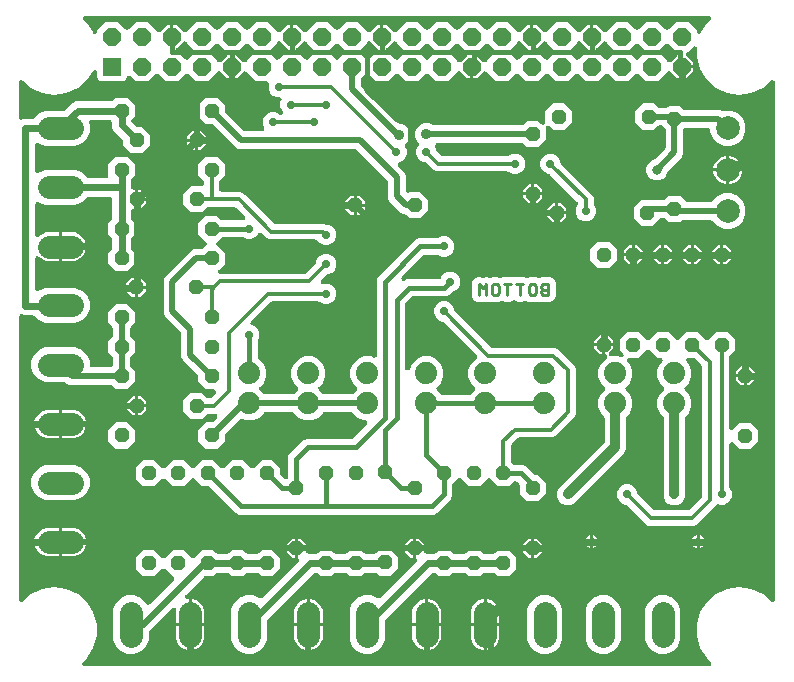
<source format=gbr>
G04 EAGLE Gerber RS-274X export*
G75*
%MOMM*%
%FSLAX34Y34*%
%LPD*%
%INBottom Copper*%
%IPPOS*%
%AMOC8*
5,1,8,0,0,1.08239X$1,22.5*%
G01*
G04 Define Apertures*
%ADD10C,0.254000*%
%ADD11R,1.524000X1.524000*%
%ADD12P,1.649562X8X22.500000*%
%ADD13C,1.879600*%
%ADD14P,1.319650X8X202.500000*%
%ADD15P,1.319650X8X22.500000*%
%ADD16P,1.319650X8X292.500000*%
%ADD17C,1.981200*%
%ADD18P,1.319650X8X112.500000*%
%ADD19C,2.000000*%
%ADD20C,0.710000*%
%ADD21C,0.609600*%
%ADD22C,0.406400*%
%ADD23C,0.508000*%
%ADD24C,0.910000*%
%ADD25C,0.812800*%
%ADD26C,0.304800*%
%ADD27C,0.300000*%
%ADD28C,0.810000*%
G36*
X135770Y547320D02*
X138485Y547320D01*
X143866Y541939D01*
X144529Y541499D01*
X145312Y541353D01*
X146089Y541524D01*
X146739Y541985D01*
X147157Y542662D01*
X147188Y542835D01*
X154673Y550320D01*
X165127Y550320D01*
X171186Y544262D01*
X171849Y543822D01*
X172632Y543676D01*
X173409Y543847D01*
X174014Y544262D01*
X180073Y550320D01*
X190527Y550320D01*
X196586Y544262D01*
X197249Y543822D01*
X198032Y543676D01*
X198809Y543847D01*
X199414Y544262D01*
X205473Y550320D01*
X215927Y550320D01*
X223429Y542819D01*
X223478Y542573D01*
X223929Y541917D01*
X224599Y541488D01*
X225384Y541354D01*
X226158Y541537D01*
X226734Y541939D01*
X232115Y547320D01*
X234830Y547320D01*
X234830Y536430D01*
X237370Y536430D01*
X237370Y547320D01*
X240085Y547320D01*
X245466Y541939D01*
X246129Y541499D01*
X246912Y541353D01*
X247689Y541524D01*
X248339Y541985D01*
X248757Y542662D01*
X248788Y542835D01*
X256273Y550320D01*
X266727Y550320D01*
X272786Y544262D01*
X273449Y543822D01*
X274232Y543676D01*
X275009Y543847D01*
X275614Y544262D01*
X281673Y550320D01*
X292127Y550320D01*
X299629Y542819D01*
X299678Y542573D01*
X300129Y541917D01*
X300799Y541488D01*
X301584Y541354D01*
X302358Y541537D01*
X302934Y541939D01*
X308315Y547320D01*
X311030Y547320D01*
X311030Y536430D01*
X313570Y536430D01*
X313570Y547320D01*
X316285Y547320D01*
X321666Y541939D01*
X322329Y541499D01*
X323112Y541353D01*
X323889Y541524D01*
X324539Y541985D01*
X324957Y542662D01*
X324988Y542835D01*
X332473Y550320D01*
X342927Y550320D01*
X348986Y544262D01*
X349649Y543822D01*
X350432Y543676D01*
X351209Y543847D01*
X351814Y544262D01*
X357873Y550320D01*
X368327Y550320D01*
X374386Y544262D01*
X375049Y543822D01*
X375832Y543676D01*
X376609Y543847D01*
X377214Y544262D01*
X383273Y550320D01*
X393727Y550320D01*
X399786Y544262D01*
X400449Y543822D01*
X401232Y543676D01*
X402009Y543847D01*
X402614Y544262D01*
X408673Y550320D01*
X419127Y550320D01*
X426629Y542819D01*
X426678Y542573D01*
X427129Y541917D01*
X427799Y541488D01*
X428584Y541354D01*
X429358Y541537D01*
X429934Y541939D01*
X435315Y547320D01*
X438030Y547320D01*
X438030Y536430D01*
X440570Y536430D01*
X440570Y547320D01*
X443285Y547320D01*
X448666Y541939D01*
X449329Y541499D01*
X450112Y541353D01*
X450889Y541524D01*
X451539Y541985D01*
X451957Y542662D01*
X451988Y542835D01*
X459473Y550320D01*
X469927Y550320D01*
X477429Y542819D01*
X477478Y542573D01*
X477929Y541917D01*
X478599Y541488D01*
X479384Y541354D01*
X480158Y541537D01*
X480734Y541939D01*
X486115Y547320D01*
X488830Y547320D01*
X488830Y536430D01*
X491370Y536430D01*
X491370Y547320D01*
X494085Y547320D01*
X499466Y541939D01*
X500129Y541499D01*
X500912Y541353D01*
X501689Y541524D01*
X502339Y541985D01*
X502757Y542662D01*
X502788Y542835D01*
X510273Y550320D01*
X520727Y550320D01*
X526786Y544262D01*
X527449Y543822D01*
X528232Y543676D01*
X529009Y543847D01*
X529614Y544262D01*
X535673Y550320D01*
X546127Y550320D01*
X552186Y544262D01*
X552849Y543822D01*
X553632Y543676D01*
X554409Y543847D01*
X555014Y544262D01*
X561073Y550320D01*
X571527Y550320D01*
X578920Y542927D01*
X578920Y542257D01*
X579078Y541477D01*
X579529Y540821D01*
X580199Y540392D01*
X580984Y540258D01*
X581758Y540442D01*
X582603Y541176D01*
X587513Y548817D01*
X590596Y551489D01*
X591082Y552119D01*
X591283Y552889D01*
X591168Y553677D01*
X590755Y554357D01*
X590109Y554823D01*
X589286Y555000D01*
X60714Y555000D01*
X59934Y554842D01*
X59277Y554392D01*
X58848Y553721D01*
X58715Y552936D01*
X58898Y552162D01*
X59404Y551489D01*
X62487Y548817D01*
X67398Y541176D01*
X67952Y540606D01*
X68686Y540297D01*
X69482Y540298D01*
X70214Y540610D01*
X70767Y541183D01*
X71080Y542257D01*
X71080Y542927D01*
X78473Y550320D01*
X88927Y550320D01*
X94986Y544262D01*
X95649Y543822D01*
X96432Y543676D01*
X97209Y543847D01*
X97814Y544262D01*
X103873Y550320D01*
X114327Y550320D01*
X121829Y542819D01*
X121878Y542573D01*
X122329Y541917D01*
X122999Y541488D01*
X123784Y541354D01*
X124558Y541537D01*
X125134Y541939D01*
X130515Y547320D01*
X133230Y547320D01*
X133230Y536430D01*
X135770Y536430D01*
X135770Y547320D01*
G37*
G36*
X427409Y518447D02*
X428014Y518862D01*
X434181Y525029D01*
X434427Y525078D01*
X435083Y525529D01*
X435512Y526199D01*
X435646Y526984D01*
X435463Y527758D01*
X435061Y528334D01*
X429934Y533461D01*
X429271Y533901D01*
X428488Y534047D01*
X427711Y533876D01*
X427061Y533415D01*
X426643Y532738D01*
X426612Y532565D01*
X420462Y526414D01*
X420022Y525751D01*
X419876Y524968D01*
X420047Y524191D01*
X420462Y523586D01*
X425186Y518862D01*
X425849Y518422D01*
X426632Y518276D01*
X427409Y518447D01*
G37*
G36*
X224209Y518447D02*
X224814Y518862D01*
X230981Y525029D01*
X231227Y525078D01*
X231883Y525529D01*
X232312Y526199D01*
X232446Y526984D01*
X232263Y527758D01*
X231861Y528334D01*
X226734Y533461D01*
X226071Y533901D01*
X225288Y534047D01*
X224511Y533876D01*
X223861Y533415D01*
X223443Y532738D01*
X223412Y532565D01*
X217262Y526414D01*
X216822Y525751D01*
X216676Y524968D01*
X216847Y524191D01*
X217262Y523586D01*
X221986Y518862D01*
X222649Y518422D01*
X223432Y518276D01*
X224209Y518447D01*
G37*
G36*
X300409Y518447D02*
X301014Y518862D01*
X307181Y525029D01*
X307427Y525078D01*
X308083Y525529D01*
X308512Y526199D01*
X308646Y526984D01*
X308463Y527758D01*
X308061Y528334D01*
X302934Y533461D01*
X302271Y533901D01*
X301488Y534047D01*
X300711Y533876D01*
X300061Y533415D01*
X299643Y532738D01*
X299612Y532565D01*
X293462Y526414D01*
X293022Y525751D01*
X292876Y524968D01*
X293047Y524191D01*
X293462Y523586D01*
X298186Y518862D01*
X298849Y518422D01*
X299632Y518276D01*
X300409Y518447D01*
G37*
G36*
X478209Y518447D02*
X478814Y518862D01*
X484981Y525029D01*
X485227Y525078D01*
X485883Y525529D01*
X486312Y526199D01*
X486446Y526984D01*
X486263Y527758D01*
X485861Y528334D01*
X480734Y533461D01*
X480071Y533901D01*
X479288Y534047D01*
X478511Y533876D01*
X477861Y533415D01*
X477443Y532738D01*
X477412Y532565D01*
X471262Y526414D01*
X470822Y525751D01*
X470676Y524968D01*
X470847Y524191D01*
X471262Y523586D01*
X475986Y518862D01*
X476649Y518422D01*
X477432Y518276D01*
X478209Y518447D01*
G37*
G36*
X249609Y518447D02*
X250214Y518862D01*
X254938Y523586D01*
X255378Y524249D01*
X255524Y525032D01*
X255353Y525809D01*
X254938Y526414D01*
X248772Y532581D01*
X248722Y532827D01*
X248272Y533483D01*
X247601Y533912D01*
X246816Y534046D01*
X246042Y533863D01*
X245466Y533461D01*
X240339Y528334D01*
X239899Y527671D01*
X239753Y526888D01*
X239924Y526111D01*
X240385Y525461D01*
X241062Y525043D01*
X241235Y525012D01*
X247386Y518862D01*
X248049Y518422D01*
X248832Y518276D01*
X249609Y518447D01*
G37*
G36*
X148009Y518447D02*
X148614Y518862D01*
X153338Y523586D01*
X153778Y524249D01*
X153924Y525032D01*
X153753Y525809D01*
X153338Y526414D01*
X147172Y532581D01*
X147122Y532827D01*
X146672Y533483D01*
X146001Y533912D01*
X145216Y534046D01*
X144442Y533863D01*
X143866Y533461D01*
X138739Y528334D01*
X138299Y527671D01*
X138153Y526888D01*
X138324Y526111D01*
X138785Y525461D01*
X139462Y525043D01*
X139635Y525012D01*
X145786Y518862D01*
X146449Y518422D01*
X147232Y518276D01*
X148009Y518447D01*
G37*
G36*
X325809Y518447D02*
X326414Y518862D01*
X331138Y523586D01*
X331578Y524249D01*
X331724Y525032D01*
X331553Y525809D01*
X331138Y526414D01*
X324972Y532581D01*
X324922Y532827D01*
X324472Y533483D01*
X323801Y533912D01*
X323016Y534046D01*
X322242Y533863D01*
X321666Y533461D01*
X316539Y528334D01*
X316099Y527671D01*
X315953Y526888D01*
X316124Y526111D01*
X316585Y525461D01*
X317262Y525043D01*
X317435Y525012D01*
X323586Y518862D01*
X324249Y518422D01*
X325032Y518276D01*
X325809Y518447D01*
G37*
G36*
X452809Y518447D02*
X453414Y518862D01*
X458138Y523586D01*
X458578Y524249D01*
X458724Y525032D01*
X458553Y525809D01*
X458138Y526414D01*
X451972Y532581D01*
X451922Y532827D01*
X451472Y533483D01*
X450801Y533912D01*
X450016Y534046D01*
X449242Y533863D01*
X448666Y533461D01*
X443539Y528334D01*
X443099Y527671D01*
X442953Y526888D01*
X443124Y526111D01*
X443585Y525461D01*
X444262Y525043D01*
X444435Y525012D01*
X450586Y518862D01*
X451249Y518422D01*
X452032Y518276D01*
X452809Y518447D01*
G37*
G36*
X503609Y518447D02*
X504214Y518862D01*
X508938Y523586D01*
X509378Y524249D01*
X509524Y525032D01*
X509353Y525809D01*
X508938Y526414D01*
X502772Y532581D01*
X502722Y532827D01*
X502272Y533483D01*
X501601Y533912D01*
X500816Y534046D01*
X500042Y533863D01*
X499466Y533461D01*
X494339Y528334D01*
X493899Y527671D01*
X493753Y526888D01*
X493924Y526111D01*
X494385Y525461D01*
X495062Y525043D01*
X495235Y525012D01*
X501386Y518862D01*
X502049Y518422D01*
X502832Y518276D01*
X503609Y518447D01*
G37*
G36*
X378558Y516137D02*
X379134Y516539D01*
X384261Y521666D01*
X384701Y522329D01*
X384847Y523112D01*
X384676Y523889D01*
X384215Y524539D01*
X383538Y524957D01*
X383365Y524988D01*
X377214Y531138D01*
X376551Y531578D01*
X375768Y531724D01*
X374991Y531553D01*
X374386Y531138D01*
X369662Y526414D01*
X369222Y525751D01*
X369076Y524968D01*
X369247Y524191D01*
X369662Y523586D01*
X375829Y517419D01*
X375878Y517173D01*
X376329Y516517D01*
X376999Y516088D01*
X377784Y515954D01*
X378558Y516137D01*
G37*
G36*
X196889Y516124D02*
X197539Y516585D01*
X197957Y517262D01*
X197988Y517435D01*
X204138Y523586D01*
X204578Y524249D01*
X204724Y525032D01*
X204553Y525809D01*
X204138Y526414D01*
X199414Y531138D01*
X198751Y531578D01*
X197968Y531724D01*
X197191Y531553D01*
X196586Y531138D01*
X190419Y524972D01*
X190173Y524922D01*
X189517Y524472D01*
X189088Y523801D01*
X188954Y523016D01*
X189137Y522242D01*
X189539Y521666D01*
X194666Y516539D01*
X195329Y516099D01*
X196112Y515953D01*
X196889Y516124D01*
G37*
G36*
X351209Y518447D02*
X351814Y518862D01*
X356538Y523586D01*
X356978Y524249D01*
X357124Y525032D01*
X356953Y525809D01*
X356538Y526414D01*
X351814Y531138D01*
X351151Y531578D01*
X350368Y531724D01*
X349591Y531553D01*
X348986Y531138D01*
X344262Y526414D01*
X343822Y525751D01*
X343676Y524968D01*
X343847Y524191D01*
X344262Y523586D01*
X348986Y518862D01*
X349649Y518422D01*
X350432Y518276D01*
X351209Y518447D01*
G37*
G36*
X556358Y516137D02*
X556934Y516539D01*
X562061Y521666D01*
X562501Y522329D01*
X562647Y523112D01*
X562476Y523889D01*
X562015Y524539D01*
X561338Y524957D01*
X561165Y524988D01*
X555014Y531138D01*
X554351Y531578D01*
X553568Y531724D01*
X552791Y531553D01*
X552186Y531138D01*
X547462Y526414D01*
X547022Y525751D01*
X546876Y524968D01*
X547047Y524191D01*
X547462Y523586D01*
X553629Y517419D01*
X553678Y517173D01*
X554129Y516517D01*
X554799Y516088D01*
X555584Y515954D01*
X556358Y516137D01*
G37*
G36*
X529009Y518447D02*
X529614Y518862D01*
X534338Y523586D01*
X534778Y524249D01*
X534924Y525032D01*
X534753Y525809D01*
X534338Y526414D01*
X529614Y531138D01*
X528951Y531578D01*
X528168Y531724D01*
X527391Y531553D01*
X526786Y531138D01*
X522062Y526414D01*
X521622Y525751D01*
X521476Y524968D01*
X521647Y524191D01*
X522062Y523586D01*
X526786Y518862D01*
X527449Y518422D01*
X528232Y518276D01*
X529009Y518447D01*
G37*
G36*
X275009Y518447D02*
X275614Y518862D01*
X280338Y523586D01*
X280778Y524249D01*
X280924Y525032D01*
X280753Y525809D01*
X280338Y526414D01*
X275614Y531138D01*
X274951Y531578D01*
X274168Y531724D01*
X273391Y531553D01*
X272786Y531138D01*
X268062Y526414D01*
X267622Y525751D01*
X267476Y524968D01*
X267647Y524191D01*
X268062Y523586D01*
X272786Y518862D01*
X273449Y518422D01*
X274232Y518276D01*
X275009Y518447D01*
G37*
G36*
X175358Y516137D02*
X175934Y516539D01*
X181061Y521666D01*
X181501Y522329D01*
X181647Y523112D01*
X181476Y523889D01*
X181015Y524539D01*
X180338Y524957D01*
X180165Y524988D01*
X174014Y531138D01*
X173351Y531578D01*
X172568Y531724D01*
X171791Y531553D01*
X171186Y531138D01*
X166462Y526414D01*
X166022Y525751D01*
X165876Y524968D01*
X166047Y524191D01*
X166462Y523586D01*
X172629Y517419D01*
X172678Y517173D01*
X173129Y516517D01*
X173799Y516088D01*
X174584Y515954D01*
X175358Y516137D01*
G37*
G36*
X400089Y516124D02*
X400739Y516585D01*
X401157Y517262D01*
X401188Y517435D01*
X407338Y523586D01*
X407778Y524249D01*
X407924Y525032D01*
X407753Y525809D01*
X407338Y526414D01*
X402614Y531138D01*
X401951Y531578D01*
X401168Y531724D01*
X400391Y531553D01*
X399786Y531138D01*
X393619Y524972D01*
X393373Y524922D01*
X392717Y524472D01*
X392288Y523801D01*
X392154Y523016D01*
X392337Y522242D01*
X392739Y521666D01*
X397866Y516539D01*
X398529Y516099D01*
X399312Y515953D01*
X400089Y516124D01*
G37*
G36*
X590066Y5158D02*
X590723Y5609D01*
X591152Y6279D01*
X591285Y7064D01*
X591102Y7838D01*
X590596Y8512D01*
X587513Y11183D01*
X581917Y19891D01*
X579000Y29824D01*
X579000Y40176D01*
X581917Y50109D01*
X587513Y58817D01*
X595337Y65597D01*
X604753Y69897D01*
X615000Y71370D01*
X625247Y69897D01*
X634663Y65597D01*
X641690Y59508D01*
X642384Y59116D01*
X643174Y59027D01*
X643938Y59253D01*
X644552Y59758D01*
X644921Y60464D01*
X645000Y61019D01*
X645000Y498981D01*
X644842Y499761D01*
X644392Y500418D01*
X643721Y500846D01*
X642936Y500980D01*
X642162Y500797D01*
X641690Y500492D01*
X634663Y494403D01*
X625247Y490103D01*
X615000Y488630D01*
X604753Y490103D01*
X595337Y494403D01*
X587513Y501183D01*
X581917Y509891D01*
X579839Y516967D01*
X579607Y517405D01*
X579623Y517504D01*
X579544Y517972D01*
X579000Y519824D01*
X579000Y527724D01*
X578842Y528504D01*
X578392Y529161D01*
X577721Y529590D01*
X576936Y529723D01*
X576162Y529540D01*
X575586Y529138D01*
X571419Y524972D01*
X571173Y524922D01*
X570517Y524472D01*
X570088Y523801D01*
X569954Y523016D01*
X570137Y522242D01*
X570539Y521666D01*
X575920Y516285D01*
X575920Y513570D01*
X565030Y513570D01*
X565030Y502680D01*
X562315Y502680D01*
X556934Y508061D01*
X556271Y508501D01*
X555488Y508647D01*
X554711Y508476D01*
X554061Y508015D01*
X553643Y507338D01*
X553612Y507165D01*
X546127Y499680D01*
X535673Y499680D01*
X529614Y505738D01*
X528951Y506178D01*
X528168Y506324D01*
X527391Y506153D01*
X526786Y505738D01*
X520727Y499680D01*
X510273Y499680D01*
X504214Y505738D01*
X503551Y506178D01*
X502768Y506324D01*
X501991Y506153D01*
X501386Y505738D01*
X495327Y499680D01*
X484873Y499680D01*
X478814Y505738D01*
X478151Y506178D01*
X477368Y506324D01*
X476591Y506153D01*
X475986Y505738D01*
X469927Y499680D01*
X459473Y499680D01*
X453414Y505738D01*
X452751Y506178D01*
X451968Y506324D01*
X451191Y506153D01*
X450586Y505738D01*
X444527Y499680D01*
X434073Y499680D01*
X428014Y505738D01*
X427351Y506178D01*
X426568Y506324D01*
X425791Y506153D01*
X425186Y505738D01*
X419127Y499680D01*
X408673Y499680D01*
X401172Y507181D01*
X401122Y507427D01*
X400672Y508083D01*
X400001Y508512D01*
X399216Y508646D01*
X398442Y508463D01*
X397866Y508061D01*
X392485Y502680D01*
X389770Y502680D01*
X389770Y513570D01*
X387230Y513570D01*
X387230Y502680D01*
X384515Y502680D01*
X379134Y508061D01*
X378471Y508501D01*
X377688Y508647D01*
X376911Y508476D01*
X376261Y508015D01*
X375843Y507338D01*
X375812Y507165D01*
X368327Y499680D01*
X357873Y499680D01*
X351814Y505738D01*
X351151Y506178D01*
X350368Y506324D01*
X349591Y506153D01*
X348986Y505738D01*
X342927Y499680D01*
X332473Y499680D01*
X326414Y505738D01*
X325751Y506178D01*
X324968Y506324D01*
X324191Y506153D01*
X323586Y505738D01*
X317527Y499680D01*
X307073Y499680D01*
X301014Y505738D01*
X300351Y506178D01*
X299568Y506324D01*
X298791Y506153D01*
X298186Y505738D01*
X295026Y502578D01*
X294586Y501915D01*
X294440Y501164D01*
X294440Y497052D01*
X294598Y496272D01*
X295026Y495637D01*
X326027Y464636D01*
X326691Y464196D01*
X327442Y464050D01*
X328400Y464050D01*
X331910Y462596D01*
X334596Y459910D01*
X336050Y456400D01*
X336050Y452600D01*
X334596Y449090D01*
X332270Y446764D01*
X331830Y446101D01*
X331684Y445318D01*
X331836Y444585D01*
X333183Y441334D01*
X333183Y437932D01*
X331881Y434790D01*
X329476Y432385D01*
X326821Y431285D01*
X326161Y430840D01*
X325727Y430173D01*
X325587Y429389D01*
X325764Y428613D01*
X326172Y428023D01*
X331392Y422803D01*
X332540Y420032D01*
X332540Y407661D01*
X332698Y406880D01*
X333149Y406224D01*
X333819Y405795D01*
X334604Y405662D01*
X335378Y405845D01*
X335739Y406096D01*
X344996Y406096D01*
X351496Y399596D01*
X351496Y390404D01*
X344996Y383904D01*
X335804Y383904D01*
X332834Y386874D01*
X332170Y387314D01*
X331419Y387460D01*
X331200Y387460D01*
X328429Y388608D01*
X318608Y398429D01*
X317460Y401200D01*
X317460Y414580D01*
X317302Y415361D01*
X316874Y415995D01*
X290995Y441874D01*
X290331Y442314D01*
X289580Y442460D01*
X191600Y442460D01*
X188829Y443608D01*
X169119Y463318D01*
X168455Y463758D01*
X167704Y463904D01*
X163504Y463904D01*
X157004Y470404D01*
X157004Y479596D01*
X163504Y486096D01*
X172696Y486096D01*
X179196Y479596D01*
X179196Y475396D01*
X179354Y474616D01*
X179782Y473981D01*
X195637Y458126D01*
X196301Y457686D01*
X197052Y457540D01*
X210842Y457540D01*
X211622Y457698D01*
X212279Y458149D01*
X212708Y458819D01*
X212841Y459604D01*
X212690Y460305D01*
X211450Y463299D01*
X211450Y466701D01*
X212752Y469843D01*
X215157Y472248D01*
X218299Y473550D01*
X221701Y473550D01*
X224843Y472248D01*
X224982Y472110D01*
X225645Y471670D01*
X226396Y471524D01*
X226556Y471524D01*
X227336Y471682D01*
X227993Y472133D01*
X228422Y472803D01*
X228555Y473588D01*
X228372Y474362D01*
X227970Y474938D01*
X227752Y475157D01*
X226450Y478299D01*
X226450Y481701D01*
X227272Y483685D01*
X227424Y484466D01*
X227259Y485245D01*
X226804Y485898D01*
X226130Y486321D01*
X225424Y486450D01*
X223299Y486450D01*
X220157Y487752D01*
X217752Y490157D01*
X216450Y493299D01*
X216450Y496701D01*
X216539Y496915D01*
X216691Y497696D01*
X216526Y498475D01*
X216071Y499128D01*
X215397Y499551D01*
X214691Y499680D01*
X205473Y499680D01*
X197972Y507181D01*
X197922Y507427D01*
X197472Y508083D01*
X196801Y508512D01*
X196016Y508646D01*
X195242Y508463D01*
X194666Y508061D01*
X189285Y502680D01*
X186570Y502680D01*
X186570Y513570D01*
X184030Y513570D01*
X184030Y502680D01*
X181315Y502680D01*
X175934Y508061D01*
X175271Y508501D01*
X174488Y508647D01*
X173711Y508476D01*
X173061Y508015D01*
X172643Y507338D01*
X172612Y507165D01*
X165127Y499680D01*
X154673Y499680D01*
X148614Y505738D01*
X147951Y506178D01*
X147168Y506324D01*
X146391Y506153D01*
X145786Y505738D01*
X139727Y499680D01*
X129273Y499680D01*
X123214Y505738D01*
X122551Y506178D01*
X121768Y506324D01*
X120991Y506153D01*
X120386Y505738D01*
X114327Y499680D01*
X103873Y499680D01*
X99475Y504077D01*
X98812Y504517D01*
X98029Y504663D01*
X97252Y504492D01*
X96603Y504031D01*
X96214Y503428D01*
X95559Y501848D01*
X94152Y500441D01*
X92315Y499680D01*
X75085Y499680D01*
X73248Y500441D01*
X71841Y501848D01*
X71080Y503685D01*
X71080Y507743D01*
X70922Y508523D01*
X70472Y509179D01*
X69801Y509608D01*
X69016Y509742D01*
X68242Y509558D01*
X67398Y508824D01*
X62487Y501183D01*
X54663Y494403D01*
X45247Y490103D01*
X35000Y488630D01*
X24753Y490103D01*
X15337Y494403D01*
X8310Y500492D01*
X7616Y500884D01*
X6826Y500973D01*
X6062Y500747D01*
X5448Y500242D01*
X5079Y499536D01*
X5000Y498981D01*
X5000Y469429D01*
X5158Y468648D01*
X5609Y467992D01*
X6279Y467563D01*
X7064Y467430D01*
X7765Y467581D01*
X8985Y468086D01*
X16233Y468086D01*
X17013Y468244D01*
X17648Y468672D01*
X21650Y472675D01*
X27129Y474944D01*
X42696Y474944D01*
X43476Y475102D01*
X44110Y475530D01*
X50403Y481823D01*
X53361Y483048D01*
X83427Y483048D01*
X84208Y483206D01*
X84842Y483634D01*
X87304Y486096D01*
X96496Y486096D01*
X102996Y479596D01*
X102996Y470404D01*
X100701Y468109D01*
X100261Y467445D01*
X100116Y466663D01*
X100286Y465885D01*
X100701Y465281D01*
X104300Y461682D01*
X104963Y461242D01*
X105714Y461096D01*
X109196Y461096D01*
X115696Y454596D01*
X115696Y445404D01*
X109196Y438904D01*
X100004Y438904D01*
X93504Y445404D01*
X93504Y448886D01*
X93346Y449666D01*
X92918Y450300D01*
X85077Y458141D01*
X83852Y461099D01*
X83852Y464952D01*
X83694Y465732D01*
X83244Y466389D01*
X82573Y466818D01*
X81852Y466952D01*
X66169Y466952D01*
X65389Y466794D01*
X64733Y466344D01*
X64304Y465673D01*
X64171Y464888D01*
X64322Y464187D01*
X64812Y463003D01*
X64812Y457073D01*
X62543Y451594D01*
X58350Y447401D01*
X52871Y445132D01*
X27129Y445132D01*
X21361Y447521D01*
X20580Y447673D01*
X19801Y447509D01*
X19148Y447053D01*
X18725Y446379D01*
X18596Y445673D01*
X18596Y424365D01*
X18754Y423585D01*
X19205Y422928D01*
X19875Y422499D01*
X20660Y422366D01*
X21361Y422517D01*
X27129Y424906D01*
X52871Y424906D01*
X58350Y422637D01*
X62352Y418634D01*
X63016Y418194D01*
X63767Y418048D01*
X78804Y418048D01*
X79584Y418206D01*
X80241Y418657D01*
X80670Y419327D01*
X80804Y420048D01*
X80804Y429596D01*
X87304Y436096D01*
X96496Y436096D01*
X102996Y429596D01*
X102996Y420404D01*
X100534Y417942D01*
X100094Y417278D01*
X99948Y416527D01*
X99948Y410096D01*
X100106Y409316D01*
X100557Y408659D01*
X101227Y408230D01*
X101948Y408096D01*
X103330Y408096D01*
X103330Y391904D01*
X101948Y391904D01*
X101168Y391746D01*
X100511Y391296D01*
X100082Y390625D01*
X99948Y389904D01*
X99948Y383473D01*
X100106Y382692D01*
X100534Y382058D01*
X102996Y379596D01*
X102996Y370404D01*
X100534Y367942D01*
X100094Y367278D01*
X99948Y366527D01*
X99948Y358473D01*
X100106Y357692D01*
X100534Y357058D01*
X102996Y354596D01*
X102996Y345404D01*
X96496Y338904D01*
X87304Y338904D01*
X80804Y345404D01*
X80804Y354596D01*
X83266Y357058D01*
X83706Y357722D01*
X83852Y358473D01*
X83852Y366527D01*
X83694Y367308D01*
X83266Y367942D01*
X80804Y370404D01*
X80804Y379596D01*
X83266Y382058D01*
X83706Y382722D01*
X83852Y383473D01*
X83852Y399952D01*
X83694Y400732D01*
X83244Y401389D01*
X82573Y401818D01*
X81852Y401952D01*
X63767Y401952D01*
X62987Y401794D01*
X62352Y401366D01*
X58350Y397363D01*
X52871Y395094D01*
X27129Y395094D01*
X21361Y397483D01*
X20580Y397635D01*
X19801Y397471D01*
X19148Y397015D01*
X18725Y396341D01*
X18596Y395635D01*
X18596Y370130D01*
X18754Y369350D01*
X19205Y368694D01*
X19875Y368265D01*
X20660Y368131D01*
X21434Y368314D01*
X22010Y368716D01*
X23350Y370055D01*
X27726Y371868D01*
X38730Y371868D01*
X38730Y348056D01*
X27726Y348056D01*
X23350Y349869D01*
X22010Y351208D01*
X21347Y351648D01*
X20564Y351794D01*
X19787Y351623D01*
X19137Y351162D01*
X18719Y350485D01*
X18596Y349794D01*
X18596Y324403D01*
X18754Y323623D01*
X19205Y322966D01*
X19875Y322537D01*
X20660Y322404D01*
X21361Y322555D01*
X27129Y324944D01*
X52871Y324944D01*
X58350Y322675D01*
X62543Y318482D01*
X64812Y313003D01*
X64812Y307073D01*
X62543Y301594D01*
X58350Y297401D01*
X52871Y295132D01*
X27129Y295132D01*
X21650Y297401D01*
X17686Y301366D01*
X17022Y301806D01*
X16271Y301952D01*
X8947Y301952D01*
X7765Y302442D01*
X6984Y302594D01*
X6205Y302429D01*
X5552Y301974D01*
X5129Y301300D01*
X5000Y300594D01*
X5000Y61019D01*
X5158Y60239D01*
X5609Y59583D01*
X6279Y59154D01*
X7064Y59020D01*
X7838Y59203D01*
X8310Y59508D01*
X15337Y65597D01*
X24753Y69897D01*
X35000Y71370D01*
X45247Y69897D01*
X54663Y65597D01*
X62487Y58817D01*
X68083Y50109D01*
X71000Y40176D01*
X71000Y29824D01*
X68083Y19891D01*
X62487Y11183D01*
X59404Y8512D01*
X58918Y7881D01*
X58717Y7111D01*
X58832Y6323D01*
X59245Y5643D01*
X59891Y5177D01*
X60714Y5000D01*
X589286Y5000D01*
X590066Y5158D01*
G37*
%LPC*%
G36*
X567570Y502680D02*
X567570Y511030D01*
X575920Y511030D01*
X575920Y508315D01*
X570285Y502680D01*
X567570Y502680D01*
G37*
G36*
X543200Y415950D02*
X539874Y417328D01*
X537328Y419874D01*
X535950Y423200D01*
X535950Y426800D01*
X537328Y430126D01*
X539874Y432672D01*
X543151Y434030D01*
X543800Y434464D01*
X551874Y442537D01*
X552314Y443201D01*
X552460Y443952D01*
X552460Y459119D01*
X552302Y459900D01*
X551874Y460534D01*
X550534Y461874D01*
X549870Y462314D01*
X549119Y462460D01*
X547081Y462460D01*
X546300Y462302D01*
X545666Y461874D01*
X542696Y458904D01*
X533504Y458904D01*
X527004Y465404D01*
X527004Y474596D01*
X533504Y481096D01*
X542696Y481096D01*
X545666Y478126D01*
X546330Y477686D01*
X547081Y477540D01*
X552919Y477540D01*
X553700Y477698D01*
X554334Y478126D01*
X555404Y479196D01*
X564596Y479196D01*
X567566Y476226D01*
X568230Y475786D01*
X568981Y475640D01*
X598400Y475640D01*
X600215Y474888D01*
X600997Y474736D01*
X601746Y474888D01*
X602016Y475000D01*
X607984Y475000D01*
X613497Y472716D01*
X617716Y468497D01*
X620000Y462984D01*
X620000Y457016D01*
X617716Y451503D01*
X613497Y447284D01*
X607984Y445000D01*
X602016Y445000D01*
X596503Y447284D01*
X592284Y451503D01*
X590000Y457016D01*
X590000Y458560D01*
X589842Y459340D01*
X589392Y459997D01*
X588721Y460426D01*
X588000Y460560D01*
X569540Y460560D01*
X568760Y460402D01*
X568103Y459952D01*
X567674Y459281D01*
X567540Y458560D01*
X567540Y438500D01*
X566392Y435729D01*
X554464Y423800D01*
X554030Y423151D01*
X552672Y419874D01*
X550126Y417328D01*
X546800Y415950D01*
X543200Y415950D01*
G37*
G36*
X423299Y421450D02*
X420157Y422752D01*
X419994Y422914D01*
X419331Y423354D01*
X418580Y423500D01*
X358707Y423500D01*
X356318Y424490D01*
X349943Y430864D01*
X349280Y431304D01*
X348529Y431450D01*
X348299Y431450D01*
X345157Y432752D01*
X342752Y435157D01*
X341450Y438299D01*
X341450Y441701D01*
X342752Y444843D01*
X343287Y445379D01*
X343727Y446042D01*
X343873Y446825D01*
X343702Y447602D01*
X343287Y448207D01*
X341904Y449590D01*
X340450Y453100D01*
X340450Y456900D01*
X341904Y460410D01*
X344590Y463096D01*
X348100Y464550D01*
X351900Y464550D01*
X355450Y463079D01*
X356044Y462686D01*
X356794Y462540D01*
X430619Y462540D01*
X431400Y462698D01*
X432034Y463126D01*
X435404Y466496D01*
X444596Y466496D01*
X447390Y463702D01*
X448053Y463263D01*
X448836Y463117D01*
X449613Y463288D01*
X450263Y463748D01*
X450681Y464425D01*
X450804Y465117D01*
X450804Y474596D01*
X457304Y481096D01*
X466496Y481096D01*
X472996Y474596D01*
X472996Y465404D01*
X466496Y458904D01*
X457304Y458904D01*
X454510Y461698D01*
X453847Y462137D01*
X453064Y462283D01*
X452287Y462112D01*
X451637Y461652D01*
X451219Y460975D01*
X451096Y460283D01*
X451096Y450804D01*
X444596Y444304D01*
X435404Y444304D01*
X432834Y446874D01*
X432170Y447314D01*
X431419Y447460D01*
X359158Y447460D01*
X358378Y447302D01*
X357721Y446852D01*
X357292Y446181D01*
X357159Y445396D01*
X357310Y444695D01*
X358550Y441701D01*
X358550Y441471D01*
X358708Y440691D01*
X359136Y440057D01*
X362107Y437086D01*
X362770Y436646D01*
X363521Y436500D01*
X418580Y436500D01*
X419360Y436658D01*
X419994Y437086D01*
X420157Y437248D01*
X423299Y438550D01*
X426701Y438550D01*
X429843Y437248D01*
X432248Y434843D01*
X433550Y431701D01*
X433550Y428299D01*
X432248Y425157D01*
X429843Y422752D01*
X426701Y421450D01*
X423299Y421450D01*
G37*
G36*
X147304Y451270D02*
X147304Y453353D01*
X152047Y458096D01*
X154130Y458096D01*
X154130Y451270D01*
X147304Y451270D01*
G37*
G36*
X156670Y451270D02*
X156670Y458096D01*
X158753Y458096D01*
X163496Y453353D01*
X163496Y451270D01*
X156670Y451270D01*
G37*
G36*
X156670Y441904D02*
X156670Y448730D01*
X163496Y448730D01*
X163496Y446647D01*
X158753Y441904D01*
X156670Y441904D01*
G37*
G36*
X152047Y441904D02*
X147304Y446647D01*
X147304Y448730D01*
X154130Y448730D01*
X154130Y441904D01*
X152047Y441904D01*
G37*
G36*
X483299Y381450D02*
X480157Y382752D01*
X477752Y385157D01*
X476450Y388299D01*
X476450Y391701D01*
X477752Y394843D01*
X477890Y394982D01*
X478330Y395645D01*
X478476Y396396D01*
X478476Y396469D01*
X478318Y397249D01*
X477890Y397883D01*
X454909Y420864D01*
X454246Y421304D01*
X453495Y421450D01*
X453299Y421450D01*
X450157Y422752D01*
X447752Y425157D01*
X446450Y428299D01*
X446450Y431701D01*
X447752Y434843D01*
X450157Y437248D01*
X453299Y438550D01*
X456701Y438550D01*
X459843Y437248D01*
X462248Y434843D01*
X463550Y431701D01*
X463550Y431505D01*
X463708Y430725D01*
X464136Y430091D01*
X490531Y403696D01*
X491524Y401298D01*
X491524Y396396D01*
X491682Y395616D01*
X492110Y394982D01*
X492248Y394843D01*
X493550Y391701D01*
X493550Y388299D01*
X492248Y385157D01*
X489843Y382752D01*
X486701Y381450D01*
X483299Y381450D01*
G37*
G36*
X593000Y426270D02*
X593000Y427387D01*
X594827Y431797D01*
X598203Y435173D01*
X602613Y437000D01*
X603730Y437000D01*
X603730Y426270D01*
X593000Y426270D01*
G37*
G36*
X606270Y426270D02*
X606270Y437000D01*
X607387Y437000D01*
X611797Y435173D01*
X615173Y431797D01*
X617000Y427387D01*
X617000Y426270D01*
X606270Y426270D01*
G37*
G36*
X191701Y132968D02*
X189117Y134039D01*
X166737Y156418D01*
X166073Y156858D01*
X165323Y157004D01*
X160404Y157004D01*
X153914Y163494D01*
X153251Y163933D01*
X152468Y164079D01*
X151691Y163908D01*
X151086Y163494D01*
X144596Y157004D01*
X135404Y157004D01*
X128914Y163494D01*
X128251Y163933D01*
X127468Y164079D01*
X126691Y163908D01*
X126086Y163494D01*
X119596Y157004D01*
X110404Y157004D01*
X103904Y163504D01*
X103904Y172696D01*
X110404Y179196D01*
X119596Y179196D01*
X126086Y172706D01*
X126749Y172267D01*
X127532Y172121D01*
X128309Y172292D01*
X128914Y172706D01*
X135404Y179196D01*
X144596Y179196D01*
X151086Y172706D01*
X151749Y172267D01*
X152532Y172121D01*
X153309Y172292D01*
X153914Y172706D01*
X160404Y179196D01*
X169596Y179196D01*
X176086Y172706D01*
X176749Y172267D01*
X177532Y172121D01*
X178309Y172292D01*
X178914Y172706D01*
X185404Y179196D01*
X194596Y179196D01*
X201086Y172706D01*
X201749Y172267D01*
X202532Y172121D01*
X203309Y172292D01*
X203914Y172706D01*
X210404Y179196D01*
X219596Y179196D01*
X226096Y172696D01*
X226096Y167777D01*
X226254Y166997D01*
X226682Y166363D01*
X229554Y163491D01*
X230217Y163051D01*
X231000Y162905D01*
X231777Y163076D01*
X232427Y163537D01*
X232845Y164214D01*
X232968Y164905D01*
X232968Y181399D01*
X234039Y183983D01*
X246017Y195961D01*
X248601Y197032D01*
X286259Y197032D01*
X287039Y197190D01*
X287673Y197618D01*
X299543Y209488D01*
X299983Y210151D01*
X300129Y210934D01*
X299958Y211711D01*
X299497Y212361D01*
X298820Y212779D01*
X298129Y212902D01*
X297136Y212902D01*
X291844Y215094D01*
X287764Y219174D01*
X287100Y219614D01*
X286350Y219760D01*
X263650Y219760D01*
X262870Y219602D01*
X262236Y219174D01*
X258156Y215094D01*
X252864Y212902D01*
X247136Y212902D01*
X241844Y215094D01*
X237764Y219174D01*
X237100Y219614D01*
X236350Y219760D01*
X213650Y219760D01*
X212870Y219602D01*
X212236Y219174D01*
X208156Y215094D01*
X202864Y212902D01*
X197136Y212902D01*
X194502Y213993D01*
X193721Y214145D01*
X192942Y213981D01*
X192323Y213559D01*
X179782Y201019D01*
X179342Y200355D01*
X179196Y199604D01*
X179196Y195404D01*
X172696Y188904D01*
X163504Y188904D01*
X157004Y195404D01*
X157004Y204596D01*
X163504Y211096D01*
X167704Y211096D01*
X168484Y211254D01*
X169119Y211682D01*
X172499Y215062D01*
X172938Y215725D01*
X173084Y216508D01*
X172913Y217285D01*
X172453Y217935D01*
X171776Y218353D01*
X171084Y218476D01*
X165397Y218476D01*
X164616Y218318D01*
X163982Y217890D01*
X159996Y213904D01*
X150804Y213904D01*
X144304Y220404D01*
X144304Y229596D01*
X150804Y236096D01*
X159996Y236096D01*
X163982Y232110D01*
X164646Y231670D01*
X165397Y231524D01*
X166469Y231524D01*
X167249Y231682D01*
X167883Y232110D01*
X171263Y235490D01*
X171703Y236153D01*
X171849Y236936D01*
X171678Y237713D01*
X171218Y238363D01*
X170540Y238781D01*
X169849Y238904D01*
X163504Y238904D01*
X157004Y245404D01*
X157004Y249604D01*
X156846Y250384D01*
X156418Y251019D01*
X143608Y263829D01*
X142460Y266600D01*
X142460Y286048D01*
X142302Y286828D01*
X141874Y287463D01*
X128608Y300729D01*
X127460Y303500D01*
X127460Y331500D01*
X128608Y334271D01*
X150729Y356392D01*
X153500Y357540D01*
X159119Y357540D01*
X159900Y357698D01*
X160534Y358126D01*
X163494Y361086D01*
X163933Y361749D01*
X164079Y362532D01*
X163908Y363309D01*
X163494Y363914D01*
X157004Y370404D01*
X157004Y379596D01*
X163504Y386096D01*
X172696Y386096D01*
X176174Y382618D01*
X176838Y382178D01*
X177589Y382032D01*
X194237Y382032D01*
X195002Y382184D01*
X195503Y382392D01*
X196163Y382836D01*
X196597Y383504D01*
X196737Y384287D01*
X196560Y385063D01*
X196152Y385654D01*
X188915Y392890D01*
X188252Y393330D01*
X187501Y393476D01*
X165397Y393476D01*
X164616Y393318D01*
X163982Y392890D01*
X159996Y388904D01*
X150804Y388904D01*
X144304Y395404D01*
X144304Y404596D01*
X150804Y411096D01*
X159600Y411096D01*
X160380Y411254D01*
X161037Y411705D01*
X161466Y412375D01*
X161600Y413096D01*
X161600Y414979D01*
X161442Y415760D01*
X161014Y416394D01*
X157004Y420404D01*
X157004Y429596D01*
X163504Y436096D01*
X172696Y436096D01*
X179196Y429596D01*
X179196Y420404D01*
X175186Y416394D01*
X174746Y415730D01*
X174600Y414979D01*
X174600Y408524D01*
X174758Y407744D01*
X175209Y407087D01*
X175879Y406658D01*
X176600Y406524D01*
X192295Y406524D01*
X194693Y405531D01*
X196765Y403459D01*
X196834Y403356D01*
X220604Y379586D01*
X221268Y379146D01*
X222019Y379000D01*
X263793Y379000D01*
X264512Y378702D01*
X265277Y378550D01*
X266701Y378550D01*
X269843Y377248D01*
X272248Y374843D01*
X273550Y371701D01*
X273550Y368299D01*
X272248Y365157D01*
X269843Y362752D01*
X266701Y361450D01*
X263299Y361450D01*
X260157Y362752D01*
X257494Y365414D01*
X256831Y365854D01*
X256080Y366000D01*
X217205Y366000D01*
X214816Y366990D01*
X210654Y371152D01*
X209990Y371591D01*
X209208Y371737D01*
X208430Y371566D01*
X207781Y371106D01*
X207392Y370503D01*
X207248Y370157D01*
X204843Y367752D01*
X201701Y366450D01*
X198299Y366450D01*
X195002Y367816D01*
X194237Y367968D01*
X177589Y367968D01*
X176808Y367810D01*
X176174Y367382D01*
X172706Y363914D01*
X172267Y363251D01*
X172121Y362468D01*
X172292Y361691D01*
X172706Y361086D01*
X179196Y354596D01*
X179196Y345404D01*
X174162Y340370D01*
X173722Y339706D01*
X173577Y338924D01*
X173747Y338146D01*
X174208Y337497D01*
X174885Y337079D01*
X175576Y336956D01*
X246901Y336956D01*
X247681Y337114D01*
X248315Y337542D01*
X255864Y345091D01*
X256304Y345754D01*
X256450Y346505D01*
X256450Y346701D01*
X257752Y349843D01*
X260157Y352248D01*
X263299Y353550D01*
X266701Y353550D01*
X269843Y352248D01*
X272248Y349843D01*
X273550Y346701D01*
X273550Y343299D01*
X272248Y340157D01*
X269843Y337752D01*
X266701Y336450D01*
X266505Y336450D01*
X265725Y336292D01*
X265091Y335864D01*
X260981Y331754D01*
X260541Y331091D01*
X260395Y330308D01*
X260566Y329531D01*
X261027Y328882D01*
X261704Y328463D01*
X262491Y328343D01*
X263160Y328492D01*
X263299Y328550D01*
X266701Y328550D01*
X269843Y327248D01*
X272248Y324843D01*
X273550Y321701D01*
X273550Y318299D01*
X272248Y315157D01*
X269843Y312752D01*
X266701Y311450D01*
X263299Y311450D01*
X260157Y312752D01*
X260018Y312890D01*
X259355Y313330D01*
X258604Y313476D01*
X219234Y313476D01*
X218454Y313318D01*
X217820Y312890D01*
X201539Y296610D01*
X201100Y295946D01*
X200954Y295164D01*
X201125Y294387D01*
X201585Y293737D01*
X202188Y293348D01*
X204843Y292248D01*
X207248Y289843D01*
X208550Y286701D01*
X208550Y283299D01*
X207184Y280002D01*
X207032Y279237D01*
X207032Y266708D01*
X207190Y265928D01*
X207641Y265271D01*
X208078Y264984D01*
X212206Y260856D01*
X214398Y255564D01*
X214398Y249836D01*
X212206Y244544D01*
X209076Y241414D01*
X208636Y240751D01*
X208491Y239968D01*
X208661Y239191D01*
X209076Y238586D01*
X212236Y235426D01*
X212900Y234986D01*
X213650Y234840D01*
X236350Y234840D01*
X237130Y234998D01*
X237764Y235426D01*
X240924Y238586D01*
X241364Y239249D01*
X241509Y240032D01*
X241339Y240809D01*
X240924Y241414D01*
X237794Y244544D01*
X235602Y249836D01*
X235602Y255564D01*
X237794Y260856D01*
X241844Y264906D01*
X247136Y267098D01*
X252864Y267098D01*
X258156Y264906D01*
X262206Y260856D01*
X264398Y255564D01*
X264398Y249836D01*
X262206Y244544D01*
X259076Y241414D01*
X258636Y240751D01*
X258491Y239968D01*
X258661Y239191D01*
X259076Y238586D01*
X262236Y235426D01*
X262900Y234986D01*
X263650Y234840D01*
X286350Y234840D01*
X287130Y234998D01*
X287764Y235426D01*
X290924Y238586D01*
X291364Y239249D01*
X291509Y240032D01*
X291339Y240809D01*
X290924Y241414D01*
X287794Y244544D01*
X285602Y249836D01*
X285602Y255564D01*
X287794Y260856D01*
X291844Y264906D01*
X297136Y267098D01*
X302864Y267098D01*
X305203Y266129D01*
X305984Y265977D01*
X306763Y266142D01*
X307416Y266597D01*
X307839Y267271D01*
X307968Y267977D01*
X307968Y331399D01*
X309039Y333983D01*
X341017Y365961D01*
X343601Y367032D01*
X359237Y367032D01*
X360002Y367184D01*
X363299Y368550D01*
X366701Y368550D01*
X369843Y367248D01*
X372248Y364843D01*
X373550Y361701D01*
X373550Y358299D01*
X372248Y355157D01*
X369843Y352752D01*
X366701Y351450D01*
X363299Y351450D01*
X360002Y352816D01*
X359237Y352968D01*
X348741Y352968D01*
X347961Y352810D01*
X347327Y352382D01*
X329402Y334458D01*
X328963Y333794D01*
X328817Y333011D01*
X328988Y332234D01*
X329448Y331585D01*
X330125Y331167D01*
X330912Y331046D01*
X331582Y331196D01*
X333601Y332032D01*
X360251Y332032D01*
X361031Y332190D01*
X361687Y332641D01*
X362099Y333267D01*
X362752Y334843D01*
X365157Y337248D01*
X368299Y338550D01*
X371701Y338550D01*
X374843Y337248D01*
X377248Y334843D01*
X378550Y331701D01*
X378550Y328299D01*
X377248Y325157D01*
X374843Y322752D01*
X371546Y321386D01*
X370897Y320952D01*
X368983Y319039D01*
X366399Y317968D01*
X338741Y317968D01*
X337961Y317810D01*
X337327Y317382D01*
X332618Y312673D01*
X332178Y312009D01*
X332032Y311259D01*
X332032Y257000D01*
X332190Y256220D01*
X332641Y255563D01*
X333311Y255134D01*
X334096Y255001D01*
X334870Y255184D01*
X335512Y255655D01*
X335880Y256235D01*
X337794Y260856D01*
X341844Y264906D01*
X347136Y267098D01*
X352864Y267098D01*
X358156Y264906D01*
X362206Y260856D01*
X364398Y255564D01*
X364398Y249836D01*
X362206Y244544D01*
X359076Y241414D01*
X358636Y240751D01*
X358491Y239968D01*
X358661Y239191D01*
X359076Y238586D01*
X362294Y235368D01*
X362605Y234907D01*
X363272Y234472D01*
X364008Y234332D01*
X385992Y234332D01*
X386772Y234490D01*
X387429Y234941D01*
X387716Y235378D01*
X390924Y238586D01*
X391364Y239249D01*
X391509Y240032D01*
X391339Y240809D01*
X390924Y241414D01*
X387794Y244544D01*
X385602Y249836D01*
X385602Y255564D01*
X387794Y260856D01*
X391844Y264906D01*
X391924Y264939D01*
X392584Y265384D01*
X393018Y266051D01*
X393158Y266835D01*
X392981Y267611D01*
X392573Y268201D01*
X364909Y295864D01*
X364246Y296304D01*
X363495Y296450D01*
X363299Y296450D01*
X360157Y297752D01*
X357752Y300157D01*
X356450Y303299D01*
X356450Y306701D01*
X357752Y309843D01*
X360157Y312248D01*
X363299Y313550D01*
X366701Y313550D01*
X369843Y312248D01*
X372248Y309843D01*
X373550Y306701D01*
X373550Y306505D01*
X373708Y305725D01*
X374136Y305091D01*
X404695Y274532D01*
X405358Y274092D01*
X406109Y273946D01*
X458876Y273946D01*
X461274Y272953D01*
X475531Y258696D01*
X476524Y256298D01*
X476524Y218435D01*
X475531Y216037D01*
X458841Y199347D01*
X456443Y198354D01*
X428409Y198354D01*
X427629Y198196D01*
X426995Y197768D01*
X422110Y192883D01*
X421670Y192220D01*
X421524Y191469D01*
X421524Y178097D01*
X421682Y177316D01*
X422110Y176682D01*
X423074Y175718D01*
X423738Y175278D01*
X424489Y175132D01*
X431399Y175132D01*
X433983Y174061D01*
X440963Y167082D01*
X441627Y166642D01*
X442377Y166496D01*
X444596Y166496D01*
X451096Y159996D01*
X451096Y150804D01*
X444596Y144304D01*
X435404Y144304D01*
X428904Y150804D01*
X428904Y158423D01*
X428746Y159203D01*
X428318Y159837D01*
X427673Y160482D01*
X427009Y160922D01*
X426259Y161068D01*
X424489Y161068D01*
X423708Y160910D01*
X423074Y160482D01*
X419596Y157004D01*
X410404Y157004D01*
X404210Y163198D01*
X403547Y163637D01*
X402764Y163783D01*
X401987Y163612D01*
X401382Y163198D01*
X395188Y157004D01*
X385996Y157004D01*
X379210Y163790D01*
X378547Y164229D01*
X377764Y164375D01*
X376987Y164204D01*
X376382Y163790D01*
X372618Y160026D01*
X372178Y159362D01*
X372032Y158611D01*
X372032Y148601D01*
X370961Y146017D01*
X358983Y134039D01*
X356399Y132968D01*
X191701Y132968D01*
G37*
G36*
X606270Y413000D02*
X606270Y423730D01*
X617000Y423730D01*
X617000Y422613D01*
X615173Y418203D01*
X611797Y414827D01*
X607387Y413000D01*
X606270Y413000D01*
G37*
G36*
X602613Y413000D02*
X598203Y414827D01*
X594827Y418203D01*
X593000Y422613D01*
X593000Y423730D01*
X603730Y423730D01*
X603730Y413000D01*
X602613Y413000D01*
G37*
G36*
X431904Y405870D02*
X431904Y407953D01*
X436647Y412696D01*
X438730Y412696D01*
X438730Y405870D01*
X431904Y405870D01*
G37*
G36*
X441270Y405870D02*
X441270Y412696D01*
X443353Y412696D01*
X448096Y407953D01*
X448096Y405870D01*
X441270Y405870D01*
G37*
G36*
X105870Y401270D02*
X105870Y408096D01*
X107953Y408096D01*
X112696Y403353D01*
X112696Y401270D01*
X105870Y401270D01*
G37*
G36*
X602016Y375000D02*
X596503Y377284D01*
X592062Y381724D01*
X591954Y381885D01*
X591287Y382320D01*
X590551Y382460D01*
X567081Y382460D01*
X566300Y382302D01*
X565666Y381874D01*
X564596Y380804D01*
X555404Y380804D01*
X552434Y383774D01*
X551770Y384214D01*
X551019Y384360D01*
X548981Y384360D01*
X548200Y384202D01*
X547566Y383774D01*
X541114Y377322D01*
X531922Y377322D01*
X525422Y383822D01*
X525422Y393014D01*
X531922Y399514D01*
X541636Y399514D01*
X542017Y399440D01*
X551019Y399440D01*
X551800Y399598D01*
X552434Y400026D01*
X555404Y402996D01*
X564596Y402996D01*
X569466Y398126D01*
X570130Y397686D01*
X570881Y397540D01*
X590551Y397540D01*
X591331Y397698D01*
X591988Y398149D01*
X592087Y398301D01*
X596503Y402716D01*
X602016Y405000D01*
X607984Y405000D01*
X613497Y402716D01*
X617716Y398497D01*
X620000Y392984D01*
X620000Y387016D01*
X617716Y381503D01*
X613497Y377284D01*
X607984Y375000D01*
X602016Y375000D01*
G37*
G36*
X436647Y396504D02*
X431904Y401247D01*
X431904Y403330D01*
X438730Y403330D01*
X438730Y396504D01*
X436647Y396504D01*
G37*
G36*
X441270Y396504D02*
X441270Y403330D01*
X448096Y403330D01*
X448096Y401247D01*
X443353Y396504D01*
X441270Y396504D01*
G37*
G36*
X290870Y396270D02*
X290870Y403096D01*
X292953Y403096D01*
X297696Y398353D01*
X297696Y396270D01*
X290870Y396270D01*
G37*
G36*
X281504Y396270D02*
X281504Y398353D01*
X286247Y403096D01*
X288330Y403096D01*
X288330Y396270D01*
X281504Y396270D01*
G37*
G36*
X105870Y391904D02*
X105870Y398730D01*
X112696Y398730D01*
X112696Y396647D01*
X107953Y391904D01*
X105870Y391904D01*
G37*
G36*
X461588Y389688D02*
X461588Y396514D01*
X463672Y396514D01*
X468414Y391772D01*
X468414Y389688D01*
X461588Y389688D01*
G37*
G36*
X452222Y389688D02*
X452222Y391772D01*
X456965Y396514D01*
X459048Y396514D01*
X459048Y389688D01*
X452222Y389688D01*
G37*
G36*
X290870Y386904D02*
X290870Y393730D01*
X297696Y393730D01*
X297696Y391647D01*
X292953Y386904D01*
X290870Y386904D01*
G37*
G36*
X286247Y386904D02*
X281504Y391647D01*
X281504Y393730D01*
X288330Y393730D01*
X288330Y386904D01*
X286247Y386904D01*
G37*
G36*
X461588Y380322D02*
X461588Y387148D01*
X468414Y387148D01*
X468414Y385065D01*
X463672Y380322D01*
X461588Y380322D01*
G37*
G36*
X456965Y380322D02*
X452222Y385065D01*
X452222Y387148D01*
X459048Y387148D01*
X459048Y380322D01*
X456965Y380322D01*
G37*
G36*
X41270Y361232D02*
X41270Y371868D01*
X52274Y371868D01*
X56650Y370055D01*
X59999Y366706D01*
X61812Y362330D01*
X61812Y361232D01*
X41270Y361232D01*
G37*
G36*
X495404Y342004D02*
X488904Y348504D01*
X488904Y357696D01*
X495404Y364196D01*
X504596Y364196D01*
X511096Y357696D01*
X511096Y348504D01*
X504596Y342004D01*
X495404Y342004D01*
G37*
G36*
X591904Y354370D02*
X591904Y356453D01*
X596647Y361196D01*
X598730Y361196D01*
X598730Y354370D01*
X591904Y354370D01*
G37*
G36*
X601270Y354370D02*
X601270Y361196D01*
X603353Y361196D01*
X608096Y356453D01*
X608096Y354370D01*
X601270Y354370D01*
G37*
G36*
X576270Y354370D02*
X576270Y361196D01*
X578353Y361196D01*
X583096Y356453D01*
X583096Y354370D01*
X576270Y354370D01*
G37*
G36*
X551270Y354370D02*
X551270Y361196D01*
X553353Y361196D01*
X558096Y356453D01*
X558096Y354370D01*
X551270Y354370D01*
G37*
G36*
X526270Y354370D02*
X526270Y361196D01*
X528353Y361196D01*
X533096Y356453D01*
X533096Y354370D01*
X526270Y354370D01*
G37*
G36*
X566904Y354370D02*
X566904Y356453D01*
X571647Y361196D01*
X573730Y361196D01*
X573730Y354370D01*
X566904Y354370D01*
G37*
G36*
X516904Y354370D02*
X516904Y356453D01*
X521647Y361196D01*
X523730Y361196D01*
X523730Y354370D01*
X516904Y354370D01*
G37*
G36*
X541904Y354370D02*
X541904Y356453D01*
X546647Y361196D01*
X548730Y361196D01*
X548730Y354370D01*
X541904Y354370D01*
G37*
G36*
X41270Y348056D02*
X41270Y358692D01*
X61812Y358692D01*
X61812Y357594D01*
X59999Y353218D01*
X56650Y349869D01*
X52274Y348056D01*
X41270Y348056D01*
G37*
G36*
X521647Y345004D02*
X516904Y349747D01*
X516904Y351830D01*
X523730Y351830D01*
X523730Y345004D01*
X521647Y345004D01*
G37*
G36*
X526270Y345004D02*
X526270Y351830D01*
X533096Y351830D01*
X533096Y349747D01*
X528353Y345004D01*
X526270Y345004D01*
G37*
G36*
X546647Y345004D02*
X541904Y349747D01*
X541904Y351830D01*
X548730Y351830D01*
X548730Y345004D01*
X546647Y345004D01*
G37*
G36*
X551270Y345004D02*
X551270Y351830D01*
X558096Y351830D01*
X558096Y349747D01*
X553353Y345004D01*
X551270Y345004D01*
G37*
G36*
X571647Y345004D02*
X566904Y349747D01*
X566904Y351830D01*
X573730Y351830D01*
X573730Y345004D01*
X571647Y345004D01*
G37*
G36*
X576270Y345004D02*
X576270Y351830D01*
X583096Y351830D01*
X583096Y349747D01*
X578353Y345004D01*
X576270Y345004D01*
G37*
G36*
X596647Y345004D02*
X591904Y349747D01*
X591904Y351830D01*
X598730Y351830D01*
X598730Y345004D01*
X596647Y345004D01*
G37*
G36*
X601270Y345004D02*
X601270Y351830D01*
X608096Y351830D01*
X608096Y349747D01*
X603353Y345004D01*
X601270Y345004D01*
G37*
G36*
X445725Y313367D02*
X444943Y313519D01*
X444194Y313367D01*
X442427Y312635D01*
X438214Y312635D01*
X436967Y312635D01*
X434459Y313674D01*
X433677Y313826D01*
X432928Y313674D01*
X430420Y312635D01*
X427925Y312635D01*
X425621Y313590D01*
X425324Y313886D01*
X424661Y314326D01*
X423878Y314472D01*
X423101Y314301D01*
X422496Y313886D01*
X422200Y313590D01*
X419895Y312635D01*
X417401Y312635D01*
X414892Y313674D01*
X414111Y313826D01*
X413362Y313674D01*
X410853Y312635D01*
X406640Y312635D01*
X405393Y312635D01*
X404368Y313060D01*
X403587Y313212D01*
X402837Y313060D01*
X401812Y312635D01*
X399317Y312635D01*
X398364Y313030D01*
X397583Y313182D01*
X396833Y313030D01*
X395880Y312635D01*
X393386Y312635D01*
X391081Y313590D01*
X389317Y315353D01*
X388363Y317658D01*
X388363Y329050D01*
X389317Y331354D01*
X391081Y333118D01*
X393386Y334073D01*
X395880Y334073D01*
X396833Y333678D01*
X397615Y333526D01*
X398364Y333678D01*
X399317Y334073D01*
X401812Y334073D01*
X402837Y333648D01*
X403618Y333496D01*
X404368Y333648D01*
X405393Y334073D01*
X407961Y334073D01*
X407961Y334073D01*
X409606Y334073D01*
X410853Y334073D01*
X411008Y334009D01*
X411879Y333648D01*
X412660Y333496D01*
X413409Y333648D01*
X414435Y334073D01*
X422861Y334073D01*
X423145Y333955D01*
X423926Y333803D01*
X424676Y333955D01*
X424959Y334073D01*
X433386Y334073D01*
X434411Y333648D01*
X435192Y333496D01*
X435942Y333648D01*
X436967Y334073D01*
X439535Y334073D01*
X439535Y334073D01*
X441180Y334073D01*
X442427Y334073D01*
X442581Y334009D01*
X444194Y333341D01*
X444975Y333189D01*
X445725Y333341D01*
X447492Y334073D01*
X454435Y334073D01*
X456739Y333118D01*
X458503Y331354D01*
X459458Y329050D01*
X459458Y317658D01*
X458503Y315353D01*
X456739Y313590D01*
X454435Y312635D01*
X448739Y312635D01*
X447492Y312635D01*
X445725Y313367D01*
G37*
G36*
X96072Y326702D02*
X96072Y328785D01*
X100815Y333528D01*
X102898Y333528D01*
X102898Y326702D01*
X96072Y326702D01*
G37*
G36*
X105438Y326702D02*
X105438Y333528D01*
X107522Y333528D01*
X112264Y328785D01*
X112264Y326702D01*
X105438Y326702D01*
G37*
G36*
X105438Y317336D02*
X105438Y324162D01*
X112264Y324162D01*
X112264Y322078D01*
X107522Y317336D01*
X105438Y317336D01*
G37*
G36*
X100815Y317336D02*
X96072Y322078D01*
X96072Y324162D01*
X102898Y324162D01*
X102898Y317336D01*
X100815Y317336D01*
G37*
G36*
X87304Y238904D02*
X84334Y241874D01*
X83670Y242314D01*
X82919Y242460D01*
X48500Y242460D01*
X45729Y243608D01*
X44829Y244508D01*
X44165Y244948D01*
X43414Y245094D01*
X27129Y245094D01*
X21650Y247363D01*
X17457Y251556D01*
X15188Y257035D01*
X15188Y262965D01*
X17457Y268444D01*
X21650Y272637D01*
X27129Y274906D01*
X52871Y274906D01*
X58350Y272637D01*
X62543Y268444D01*
X64812Y262965D01*
X64812Y259540D01*
X64970Y258760D01*
X65421Y258103D01*
X66091Y257674D01*
X66812Y257540D01*
X82360Y257540D01*
X83140Y257698D01*
X83797Y258149D01*
X84226Y258819D01*
X84360Y259540D01*
X84360Y266019D01*
X84202Y266800D01*
X83774Y267434D01*
X80804Y270404D01*
X80804Y279596D01*
X83774Y282566D01*
X84214Y283230D01*
X84360Y283981D01*
X84360Y291019D01*
X84202Y291800D01*
X83774Y292434D01*
X80804Y295404D01*
X80804Y304596D01*
X87304Y311096D01*
X96496Y311096D01*
X102996Y304596D01*
X102996Y295404D01*
X100026Y292434D01*
X99586Y291770D01*
X99440Y291019D01*
X99440Y283981D01*
X99598Y283200D01*
X100026Y282566D01*
X102996Y279596D01*
X102996Y270404D01*
X100026Y267434D01*
X99586Y266770D01*
X99440Y266019D01*
X99440Y258981D01*
X99598Y258200D01*
X100026Y257566D01*
X102996Y254596D01*
X102996Y245404D01*
X96496Y238904D01*
X87304Y238904D01*
G37*
G36*
X538702Y123476D02*
X536305Y124469D01*
X519909Y140864D01*
X519246Y141304D01*
X518495Y141450D01*
X518299Y141450D01*
X515157Y142752D01*
X512752Y145157D01*
X511450Y148299D01*
X511450Y151701D01*
X512752Y154843D01*
X515157Y157248D01*
X518299Y158550D01*
X521701Y158550D01*
X524843Y157248D01*
X527248Y154843D01*
X528550Y151701D01*
X528550Y151505D01*
X528708Y150725D01*
X529136Y150091D01*
X542117Y137110D01*
X542780Y136670D01*
X543531Y136524D01*
X571469Y136524D01*
X572249Y136682D01*
X572883Y137110D01*
X582890Y147117D01*
X583330Y147780D01*
X583476Y148531D01*
X583476Y258369D01*
X583318Y259149D01*
X582890Y259783D01*
X577455Y265218D01*
X576792Y265658D01*
X576041Y265804D01*
X572086Y265804D01*
X571306Y265646D01*
X570650Y265196D01*
X570221Y264525D01*
X570087Y263740D01*
X570270Y262966D01*
X570672Y262390D01*
X572206Y260856D01*
X574398Y255564D01*
X574398Y249836D01*
X572206Y244544D01*
X569076Y241414D01*
X568636Y240751D01*
X568491Y239968D01*
X568661Y239191D01*
X569076Y238586D01*
X572206Y235456D01*
X574398Y230164D01*
X574398Y224436D01*
X572206Y219144D01*
X569650Y216588D01*
X569210Y215924D01*
X569064Y215174D01*
X569064Y148197D01*
X567684Y144866D01*
X565134Y142316D01*
X561803Y140936D01*
X558197Y140936D01*
X554866Y142316D01*
X552316Y144866D01*
X550936Y148197D01*
X550936Y215174D01*
X550778Y215954D01*
X550350Y216588D01*
X547794Y219144D01*
X545602Y224436D01*
X545602Y230164D01*
X547794Y235456D01*
X550924Y238586D01*
X551364Y239249D01*
X551509Y240032D01*
X551339Y240809D01*
X550924Y241414D01*
X547794Y244544D01*
X545602Y249836D01*
X545602Y255564D01*
X547794Y260856D01*
X549328Y262390D01*
X549768Y263053D01*
X549913Y263836D01*
X549743Y264613D01*
X549282Y265263D01*
X548605Y265681D01*
X547914Y265804D01*
X545404Y265804D01*
X538914Y272294D01*
X538251Y272733D01*
X537468Y272879D01*
X536691Y272708D01*
X536086Y272294D01*
X529596Y265804D01*
X522086Y265804D01*
X521306Y265646D01*
X520650Y265196D01*
X520221Y264525D01*
X520087Y263740D01*
X520270Y262966D01*
X520672Y262390D01*
X522206Y260856D01*
X524398Y255564D01*
X524398Y249836D01*
X522206Y244544D01*
X519076Y241414D01*
X518636Y240751D01*
X518491Y239968D01*
X518661Y239191D01*
X519076Y238586D01*
X522206Y235456D01*
X524398Y230164D01*
X524398Y224436D01*
X522206Y219144D01*
X519650Y216588D01*
X519210Y215924D01*
X519064Y215174D01*
X519064Y188197D01*
X517684Y184866D01*
X475134Y142316D01*
X471803Y140936D01*
X468197Y140936D01*
X464866Y142316D01*
X462316Y144866D01*
X460936Y148197D01*
X460936Y151803D01*
X462316Y155134D01*
X500350Y193169D01*
X500790Y193832D01*
X500936Y194583D01*
X500936Y215174D01*
X500778Y215954D01*
X500350Y216588D01*
X497794Y219144D01*
X495602Y224436D01*
X495602Y230164D01*
X497794Y235456D01*
X500924Y238586D01*
X501364Y239249D01*
X501509Y240032D01*
X501339Y240809D01*
X500924Y241414D01*
X497794Y244544D01*
X495602Y249836D01*
X495602Y255564D01*
X497794Y260856D01*
X501844Y264906D01*
X501965Y264956D01*
X502625Y265401D01*
X503060Y266068D01*
X503199Y266852D01*
X503022Y267628D01*
X502557Y268273D01*
X501876Y268686D01*
X501270Y268792D01*
X501270Y275630D01*
X508096Y275630D01*
X508096Y273547D01*
X504876Y270327D01*
X504437Y269663D01*
X504291Y268881D01*
X504461Y268103D01*
X504922Y267454D01*
X505599Y267036D01*
X506386Y266915D01*
X507056Y267065D01*
X507136Y267098D01*
X512864Y267098D01*
X514237Y266529D01*
X515018Y266377D01*
X515797Y266542D01*
X516450Y266997D01*
X516874Y267671D01*
X517001Y268457D01*
X516812Y269230D01*
X516417Y269791D01*
X513904Y272304D01*
X513904Y281496D01*
X520404Y287996D01*
X529596Y287996D01*
X536086Y281506D01*
X536749Y281067D01*
X537532Y280921D01*
X538309Y281092D01*
X538914Y281506D01*
X545404Y287996D01*
X554596Y287996D01*
X561086Y281506D01*
X561749Y281067D01*
X562532Y280921D01*
X563309Y281092D01*
X563914Y281506D01*
X570404Y287996D01*
X579596Y287996D01*
X586086Y281506D01*
X586749Y281067D01*
X587532Y280921D01*
X588309Y281092D01*
X588914Y281506D01*
X595404Y287996D01*
X604596Y287996D01*
X611096Y281496D01*
X611096Y272304D01*
X607110Y268318D01*
X606670Y267654D01*
X606524Y266903D01*
X606524Y206645D01*
X606682Y205864D01*
X607133Y205208D01*
X607803Y204779D01*
X608588Y204646D01*
X609362Y204829D01*
X609938Y205230D01*
X615404Y210696D01*
X624596Y210696D01*
X631096Y204196D01*
X631096Y195004D01*
X624596Y188504D01*
X615404Y188504D01*
X609938Y193970D01*
X609275Y194409D01*
X608492Y194555D01*
X607715Y194384D01*
X607065Y193924D01*
X606647Y193247D01*
X606524Y192555D01*
X606524Y156396D01*
X606682Y155616D01*
X607110Y154982D01*
X607248Y154843D01*
X608550Y151701D01*
X608550Y148299D01*
X607248Y145157D01*
X604843Y142752D01*
X601701Y141450D01*
X598299Y141450D01*
X597679Y141707D01*
X596898Y141859D01*
X596119Y141694D01*
X595500Y141273D01*
X578696Y124469D01*
X576298Y123476D01*
X538702Y123476D01*
G37*
G36*
X501270Y278170D02*
X501270Y284996D01*
X503353Y284996D01*
X508096Y280253D01*
X508096Y278170D01*
X501270Y278170D01*
G37*
G36*
X491904Y278170D02*
X491904Y280253D01*
X496647Y284996D01*
X498730Y284996D01*
X498730Y278170D01*
X491904Y278170D01*
G37*
G36*
X496647Y268804D02*
X491904Y273547D01*
X491904Y275630D01*
X498730Y275630D01*
X498730Y268804D01*
X496647Y268804D01*
G37*
G36*
X611904Y251670D02*
X611904Y253753D01*
X616647Y258496D01*
X618730Y258496D01*
X618730Y251670D01*
X611904Y251670D01*
G37*
G36*
X621270Y251670D02*
X621270Y258496D01*
X623353Y258496D01*
X628096Y253753D01*
X628096Y251670D01*
X621270Y251670D01*
G37*
G36*
X621270Y242304D02*
X621270Y249130D01*
X628096Y249130D01*
X628096Y247047D01*
X623353Y242304D01*
X621270Y242304D01*
G37*
G36*
X616647Y242304D02*
X611904Y247047D01*
X611904Y249130D01*
X618730Y249130D01*
X618730Y242304D01*
X616647Y242304D01*
G37*
G36*
X96504Y226270D02*
X96504Y228353D01*
X101247Y233096D01*
X103330Y233096D01*
X103330Y226270D01*
X96504Y226270D01*
G37*
G36*
X105870Y226270D02*
X105870Y233096D01*
X107953Y233096D01*
X112696Y228353D01*
X112696Y226270D01*
X105870Y226270D01*
G37*
G36*
X105870Y216904D02*
X105870Y223730D01*
X112696Y223730D01*
X112696Y221647D01*
X107953Y216904D01*
X105870Y216904D01*
G37*
G36*
X101247Y216904D02*
X96504Y221647D01*
X96504Y223730D01*
X103330Y223730D01*
X103330Y216904D01*
X101247Y216904D01*
G37*
G36*
X41270Y211232D02*
X41270Y221868D01*
X52274Y221868D01*
X56650Y220055D01*
X59999Y216706D01*
X61812Y212330D01*
X61812Y211232D01*
X41270Y211232D01*
G37*
G36*
X18188Y211232D02*
X18188Y212330D01*
X20001Y216706D01*
X23350Y220055D01*
X27726Y221868D01*
X38730Y221868D01*
X38730Y211232D01*
X18188Y211232D01*
G37*
G36*
X87304Y188904D02*
X80804Y195404D01*
X80804Y204596D01*
X87304Y211096D01*
X96496Y211096D01*
X102996Y204596D01*
X102996Y195404D01*
X96496Y188904D01*
X87304Y188904D01*
G37*
G36*
X27726Y198056D02*
X23350Y199869D01*
X20001Y203218D01*
X18188Y207594D01*
X18188Y208692D01*
X38730Y208692D01*
X38730Y198056D01*
X27726Y198056D01*
G37*
G36*
X41270Y198056D02*
X41270Y208692D01*
X61812Y208692D01*
X61812Y207594D01*
X59999Y203218D01*
X56650Y199869D01*
X52274Y198056D01*
X41270Y198056D01*
G37*
G36*
X27129Y145240D02*
X21650Y147509D01*
X17457Y151702D01*
X15188Y157181D01*
X15188Y163111D01*
X17457Y168590D01*
X21650Y172783D01*
X27129Y175052D01*
X52871Y175052D01*
X58350Y172783D01*
X62543Y168590D01*
X64812Y163111D01*
X64812Y157181D01*
X62543Y151702D01*
X58350Y147509D01*
X52871Y145240D01*
X27129Y145240D01*
G37*
G36*
X18188Y111124D02*
X18188Y112222D01*
X20001Y116598D01*
X23350Y119947D01*
X27726Y121760D01*
X38730Y121760D01*
X38730Y111124D01*
X18188Y111124D01*
G37*
G36*
X41270Y111124D02*
X41270Y121760D01*
X52274Y121760D01*
X56650Y119947D01*
X59999Y116598D01*
X61812Y112222D01*
X61812Y111124D01*
X41270Y111124D01*
G37*
G36*
X574519Y111270D02*
X575295Y113144D01*
X576856Y114705D01*
X578730Y115481D01*
X578730Y111270D01*
X574519Y111270D01*
G37*
G36*
X581270Y111270D02*
X581270Y115481D01*
X583144Y114705D01*
X584705Y113144D01*
X585481Y111270D01*
X581270Y111270D01*
G37*
G36*
X484519Y111270D02*
X485295Y113144D01*
X486856Y114705D01*
X488730Y115481D01*
X488730Y111270D01*
X484519Y111270D01*
G37*
G36*
X491270Y111270D02*
X491270Y115481D01*
X493144Y114705D01*
X494705Y113144D01*
X495481Y111270D01*
X491270Y111270D01*
G37*
G36*
X441270Y105870D02*
X441270Y112696D01*
X443353Y112696D01*
X448096Y107953D01*
X448096Y105870D01*
X441270Y105870D01*
G37*
G36*
X341270Y105870D02*
X341270Y112696D01*
X343353Y112696D01*
X348096Y107953D01*
X348096Y105870D01*
X341270Y105870D01*
G37*
G36*
X331904Y105870D02*
X331904Y107953D01*
X336647Y112696D01*
X338730Y112696D01*
X338730Y105870D01*
X331904Y105870D01*
G37*
G36*
X431904Y105870D02*
X431904Y107953D01*
X436647Y112696D01*
X438730Y112696D01*
X438730Y105870D01*
X431904Y105870D01*
G37*
G36*
X231904Y105870D02*
X231904Y107953D01*
X236647Y112696D01*
X238730Y112696D01*
X238730Y105870D01*
X231904Y105870D01*
G37*
G36*
X241270Y105870D02*
X241270Y112696D01*
X243353Y112696D01*
X248096Y107953D01*
X248096Y105870D01*
X241270Y105870D01*
G37*
G36*
X581270Y108730D02*
X585481Y108730D01*
X584705Y106856D01*
X583144Y105295D01*
X581270Y104519D01*
X581270Y108730D01*
G37*
G36*
X576856Y105295D02*
X575295Y106856D01*
X574519Y108730D01*
X578730Y108730D01*
X578730Y104519D01*
X576856Y105295D01*
G37*
G36*
X491270Y108730D02*
X495481Y108730D01*
X494705Y106856D01*
X493144Y105295D01*
X491270Y104519D01*
X491270Y108730D01*
G37*
G36*
X486856Y105295D02*
X485295Y106856D01*
X484519Y108730D01*
X488730Y108730D01*
X488730Y104519D01*
X486856Y105295D01*
G37*
G36*
X41270Y97948D02*
X41270Y108584D01*
X61812Y108584D01*
X61812Y107486D01*
X59999Y103110D01*
X56650Y99761D01*
X52274Y97948D01*
X41270Y97948D01*
G37*
G36*
X27726Y97948D02*
X23350Y99761D01*
X20001Y103110D01*
X18188Y107486D01*
X18188Y108584D01*
X38730Y108584D01*
X38730Y97948D01*
X27726Y97948D01*
G37*
G36*
X196889Y15188D02*
X191410Y17457D01*
X187217Y21650D01*
X184948Y27129D01*
X184948Y52871D01*
X187217Y58350D01*
X191410Y62543D01*
X196889Y64812D01*
X202819Y64812D01*
X208373Y62511D01*
X208906Y62159D01*
X209688Y62013D01*
X210466Y62184D01*
X211071Y62598D01*
X241562Y93090D01*
X242002Y93753D01*
X242148Y94536D01*
X241977Y95313D01*
X241516Y95963D01*
X241270Y96115D01*
X241270Y103330D01*
X248096Y103330D01*
X248096Y101948D01*
X248254Y101168D01*
X248705Y100511D01*
X249375Y100082D01*
X250096Y99948D01*
X256527Y99948D01*
X257308Y100106D01*
X257942Y100534D01*
X260404Y102996D01*
X269596Y102996D01*
X272058Y100534D01*
X272722Y100094D01*
X273473Y99948D01*
X281527Y99948D01*
X282308Y100106D01*
X282942Y100534D01*
X285404Y102996D01*
X294596Y102996D01*
X297058Y100534D01*
X297722Y100094D01*
X298473Y99948D01*
X305964Y99948D01*
X306744Y100106D01*
X307378Y100534D01*
X310404Y103559D01*
X319596Y103559D01*
X326096Y97060D01*
X326096Y87867D01*
X319596Y81367D01*
X310404Y81367D01*
X308505Y83266D01*
X307842Y83706D01*
X307091Y83852D01*
X298473Y83852D01*
X297692Y83694D01*
X297058Y83266D01*
X294596Y80804D01*
X285404Y80804D01*
X282942Y83266D01*
X282278Y83706D01*
X281527Y83852D01*
X273473Y83852D01*
X272692Y83694D01*
X272058Y83266D01*
X269596Y80804D01*
X260404Y80804D01*
X257942Y83266D01*
X257278Y83706D01*
X256527Y83852D01*
X255916Y83852D01*
X255136Y83694D01*
X254502Y83266D01*
X215346Y44110D01*
X214906Y43447D01*
X214760Y42696D01*
X214760Y27129D01*
X212491Y21650D01*
X208298Y17457D01*
X202819Y15188D01*
X196889Y15188D01*
G37*
G36*
X296889Y15188D02*
X291410Y17457D01*
X287217Y21650D01*
X284948Y27129D01*
X284948Y52871D01*
X287217Y58350D01*
X291410Y62543D01*
X296889Y64812D01*
X302819Y64812D01*
X308373Y62511D01*
X308906Y62159D01*
X309688Y62013D01*
X310466Y62184D01*
X311071Y62598D01*
X341562Y93090D01*
X342002Y93753D01*
X342148Y94536D01*
X341977Y95313D01*
X341516Y95963D01*
X341270Y96115D01*
X341270Y103330D01*
X348096Y103330D01*
X348096Y101948D01*
X348254Y101168D01*
X348705Y100511D01*
X349375Y100082D01*
X350096Y99948D01*
X356527Y99948D01*
X357308Y100106D01*
X357942Y100534D01*
X360404Y102996D01*
X369596Y102996D01*
X372058Y100534D01*
X372722Y100094D01*
X373473Y99948D01*
X382119Y99948D01*
X382900Y100106D01*
X383534Y100534D01*
X385996Y102996D01*
X395188Y102996D01*
X397650Y100534D01*
X398314Y100094D01*
X399065Y99948D01*
X406527Y99948D01*
X407308Y100106D01*
X407942Y100534D01*
X410404Y102996D01*
X419596Y102996D01*
X426096Y96496D01*
X426096Y87304D01*
X419596Y80804D01*
X410404Y80804D01*
X407942Y83266D01*
X407278Y83706D01*
X406527Y83852D01*
X399065Y83852D01*
X398284Y83694D01*
X397650Y83266D01*
X395188Y80804D01*
X385996Y80804D01*
X383534Y83266D01*
X382870Y83706D01*
X382119Y83852D01*
X373473Y83852D01*
X372692Y83694D01*
X372058Y83266D01*
X369596Y80804D01*
X360404Y80804D01*
X357942Y83266D01*
X357278Y83706D01*
X356527Y83852D01*
X355916Y83852D01*
X355136Y83694D01*
X354502Y83266D01*
X315346Y44110D01*
X314906Y43447D01*
X314760Y42696D01*
X314760Y27129D01*
X312491Y21650D01*
X308298Y17457D01*
X302819Y15188D01*
X296889Y15188D01*
G37*
G36*
X436647Y96504D02*
X431904Y101247D01*
X431904Y103330D01*
X438730Y103330D01*
X438730Y96504D01*
X436647Y96504D01*
G37*
G36*
X441270Y96504D02*
X441270Y103330D01*
X448096Y103330D01*
X448096Y101247D01*
X443353Y96504D01*
X441270Y96504D01*
G37*
G36*
X236647Y96504D02*
X231904Y101247D01*
X231904Y103330D01*
X238730Y103330D01*
X238730Y96504D01*
X236647Y96504D01*
G37*
G36*
X336647Y96504D02*
X331904Y101247D01*
X331904Y103330D01*
X338730Y103330D01*
X338730Y96504D01*
X336647Y96504D01*
G37*
G36*
X96889Y15188D02*
X91410Y17457D01*
X87217Y21650D01*
X84948Y27129D01*
X84948Y52871D01*
X87217Y58350D01*
X91410Y62543D01*
X96889Y64812D01*
X102819Y64812D01*
X108298Y62543D01*
X112491Y58350D01*
X112614Y58052D01*
X113059Y57392D01*
X113726Y56958D01*
X114509Y56818D01*
X115285Y56995D01*
X115876Y57403D01*
X135926Y77454D01*
X136366Y78117D01*
X136511Y78900D01*
X136341Y79677D01*
X135926Y80282D01*
X128914Y87294D01*
X128251Y87733D01*
X127468Y87879D01*
X126691Y87708D01*
X126086Y87294D01*
X119596Y80804D01*
X110404Y80804D01*
X103904Y87304D01*
X103904Y96496D01*
X110404Y102996D01*
X119596Y102996D01*
X126086Y96506D01*
X126749Y96067D01*
X127532Y95921D01*
X128309Y96092D01*
X128914Y96506D01*
X135404Y102996D01*
X144596Y102996D01*
X151086Y96506D01*
X151749Y96067D01*
X152532Y95921D01*
X153309Y96092D01*
X153914Y96506D01*
X160404Y102996D01*
X169596Y102996D01*
X172058Y100534D01*
X172722Y100094D01*
X173473Y99948D01*
X181527Y99948D01*
X182308Y100106D01*
X182942Y100534D01*
X185404Y102996D01*
X194596Y102996D01*
X197058Y100534D01*
X197722Y100094D01*
X198473Y99948D01*
X206527Y99948D01*
X207308Y100106D01*
X207942Y100534D01*
X210404Y102996D01*
X219596Y102996D01*
X226096Y96496D01*
X226096Y87304D01*
X219596Y80804D01*
X210404Y80804D01*
X207942Y83266D01*
X207278Y83706D01*
X206527Y83852D01*
X198473Y83852D01*
X197692Y83694D01*
X197058Y83266D01*
X194596Y80804D01*
X185404Y80804D01*
X182942Y83266D01*
X182278Y83706D01*
X181527Y83852D01*
X173473Y83852D01*
X172692Y83694D01*
X172058Y83266D01*
X169596Y80804D01*
X162868Y80804D01*
X162088Y80646D01*
X161454Y80218D01*
X146462Y65226D01*
X146022Y64563D01*
X145876Y63780D01*
X146047Y63003D01*
X146508Y62353D01*
X147185Y61935D01*
X147876Y61812D01*
X148876Y61812D01*
X148876Y41270D01*
X138240Y41270D01*
X138240Y52176D01*
X138082Y52956D01*
X137632Y53613D01*
X136961Y54042D01*
X136176Y54175D01*
X135402Y53992D01*
X134826Y53590D01*
X115346Y34110D01*
X114906Y33447D01*
X114760Y32696D01*
X114760Y27129D01*
X112491Y21650D01*
X108298Y17457D01*
X102819Y15188D01*
X96889Y15188D01*
G37*
G36*
X447181Y15188D02*
X441702Y17457D01*
X437509Y21650D01*
X435240Y27129D01*
X435240Y52871D01*
X437509Y58350D01*
X441702Y62543D01*
X447181Y64812D01*
X453111Y64812D01*
X458590Y62543D01*
X462783Y58350D01*
X465052Y52871D01*
X465052Y27129D01*
X462783Y21650D01*
X458590Y17457D01*
X453111Y15188D01*
X447181Y15188D01*
G37*
G36*
X496889Y15188D02*
X491410Y17457D01*
X487217Y21650D01*
X484948Y27129D01*
X484948Y52871D01*
X487217Y58350D01*
X491410Y62543D01*
X496889Y64812D01*
X502819Y64812D01*
X508298Y62543D01*
X512491Y58350D01*
X514760Y52871D01*
X514760Y27129D01*
X512491Y21650D01*
X508298Y17457D01*
X502819Y15188D01*
X496889Y15188D01*
G37*
G36*
X547181Y15188D02*
X541702Y17457D01*
X537509Y21650D01*
X535240Y27129D01*
X535240Y52871D01*
X537509Y58350D01*
X541702Y62543D01*
X547181Y64812D01*
X553111Y64812D01*
X558590Y62543D01*
X562783Y58350D01*
X565052Y52871D01*
X565052Y27129D01*
X562783Y21650D01*
X558590Y17457D01*
X553111Y15188D01*
X547181Y15188D01*
G37*
G36*
X151416Y41270D02*
X151416Y61812D01*
X152514Y61812D01*
X156890Y59999D01*
X160239Y56650D01*
X162052Y52274D01*
X162052Y41270D01*
X151416Y41270D01*
G37*
G36*
X238240Y41270D02*
X238240Y52274D01*
X240053Y56650D01*
X243402Y59999D01*
X247778Y61812D01*
X248876Y61812D01*
X248876Y41270D01*
X238240Y41270D01*
G37*
G36*
X338240Y41270D02*
X338240Y52274D01*
X340053Y56650D01*
X343402Y59999D01*
X347778Y61812D01*
X348876Y61812D01*
X348876Y41270D01*
X338240Y41270D01*
G37*
G36*
X387948Y41270D02*
X387948Y52274D01*
X389761Y56650D01*
X393110Y59999D01*
X397486Y61812D01*
X398584Y61812D01*
X398584Y41270D01*
X387948Y41270D01*
G37*
G36*
X401124Y41270D02*
X401124Y61812D01*
X402222Y61812D01*
X406598Y59999D01*
X409947Y56650D01*
X411760Y52274D01*
X411760Y41270D01*
X401124Y41270D01*
G37*
G36*
X351416Y41270D02*
X351416Y61812D01*
X352514Y61812D01*
X356890Y59999D01*
X360239Y56650D01*
X362052Y52274D01*
X362052Y41270D01*
X351416Y41270D01*
G37*
G36*
X251416Y41270D02*
X251416Y61812D01*
X252514Y61812D01*
X256890Y59999D01*
X260239Y56650D01*
X262052Y52274D01*
X262052Y41270D01*
X251416Y41270D01*
G37*
G36*
X401124Y18188D02*
X401124Y38730D01*
X411760Y38730D01*
X411760Y27726D01*
X409947Y23350D01*
X406598Y20001D01*
X402222Y18188D01*
X401124Y18188D01*
G37*
G36*
X397486Y18188D02*
X393110Y20001D01*
X389761Y23350D01*
X387948Y27726D01*
X387948Y38730D01*
X398584Y38730D01*
X398584Y18188D01*
X397486Y18188D01*
G37*
G36*
X351416Y18188D02*
X351416Y38730D01*
X362052Y38730D01*
X362052Y27726D01*
X360239Y23350D01*
X356890Y20001D01*
X352514Y18188D01*
X351416Y18188D01*
G37*
G36*
X347778Y18188D02*
X343402Y20001D01*
X340053Y23350D01*
X338240Y27726D01*
X338240Y38730D01*
X348876Y38730D01*
X348876Y18188D01*
X347778Y18188D01*
G37*
G36*
X251416Y18188D02*
X251416Y38730D01*
X262052Y38730D01*
X262052Y27726D01*
X260239Y23350D01*
X256890Y20001D01*
X252514Y18188D01*
X251416Y18188D01*
G37*
G36*
X247778Y18188D02*
X243402Y20001D01*
X240053Y23350D01*
X238240Y27726D01*
X238240Y38730D01*
X248876Y38730D01*
X248876Y18188D01*
X247778Y18188D01*
G37*
G36*
X151416Y18188D02*
X151416Y38730D01*
X162052Y38730D01*
X162052Y27726D01*
X160239Y23350D01*
X156890Y20001D01*
X152514Y18188D01*
X151416Y18188D01*
G37*
G36*
X147778Y18188D02*
X143402Y20001D01*
X140053Y23350D01*
X138240Y27726D01*
X138240Y38730D01*
X148876Y38730D01*
X148876Y18188D01*
X147778Y18188D01*
G37*
%LPD*%
D10*
X453188Y318905D02*
X453188Y327803D01*
X448739Y327803D01*
X447256Y326320D01*
X447256Y324837D01*
X448739Y323354D01*
X447256Y321871D01*
X447256Y320388D01*
X448739Y318905D01*
X453188Y318905D01*
X453188Y323354D02*
X448739Y323354D01*
X441180Y327803D02*
X438214Y327803D01*
X441180Y327803D02*
X442663Y326320D01*
X442663Y320388D01*
X441180Y318905D01*
X438214Y318905D01*
X436731Y320388D01*
X436731Y326320D01*
X438214Y327803D01*
X429173Y327803D02*
X429173Y318905D01*
X432138Y327803D02*
X426207Y327803D01*
X418648Y327803D02*
X418648Y318905D01*
X421614Y327803D02*
X415682Y327803D01*
X409606Y327803D02*
X406640Y327803D01*
X409606Y327803D02*
X411089Y326320D01*
X411089Y320388D01*
X409606Y318905D01*
X406640Y318905D01*
X405157Y320388D01*
X405157Y326320D01*
X406640Y327803D01*
X400565Y327803D02*
X400565Y318905D01*
X397599Y324837D02*
X400565Y327803D01*
X397599Y324837D02*
X394633Y327803D01*
X394633Y318905D01*
D11*
X83700Y512300D03*
D12*
X109100Y512300D03*
X134500Y512300D03*
X159900Y512300D03*
X185300Y512300D03*
X210700Y512300D03*
X83700Y537700D03*
X109100Y537700D03*
X134500Y537700D03*
X159900Y537700D03*
X185300Y537700D03*
X210700Y537700D03*
X236100Y512300D03*
X236100Y537700D03*
X261500Y512300D03*
X286900Y512300D03*
X312300Y512300D03*
X337700Y512300D03*
X363100Y512300D03*
X388500Y512300D03*
X261500Y537700D03*
X286900Y537700D03*
X312300Y537700D03*
X337700Y537700D03*
X363100Y537700D03*
X388500Y537700D03*
X413900Y512300D03*
X413900Y537700D03*
X439300Y512300D03*
X464700Y512300D03*
X490100Y512300D03*
X515500Y512300D03*
X540900Y512300D03*
X566300Y512300D03*
X439300Y537700D03*
X464700Y537700D03*
X490100Y537700D03*
X515500Y537700D03*
X540900Y537700D03*
X566300Y537700D03*
D13*
X560000Y227300D03*
X560000Y252700D03*
X510000Y227300D03*
X510000Y252700D03*
D14*
X168100Y350000D03*
X91900Y350000D03*
D15*
X104600Y450000D03*
X155400Y450000D03*
D14*
X155400Y400000D03*
X104600Y400000D03*
X168100Y425000D03*
X91900Y425000D03*
D13*
X200000Y227300D03*
X200000Y252700D03*
D14*
X168100Y375000D03*
X91900Y375000D03*
X168100Y250000D03*
X91900Y250000D03*
X154968Y325432D03*
X104168Y325432D03*
X168100Y300000D03*
X91900Y300000D03*
D13*
X250000Y227300D03*
X250000Y252700D03*
D14*
X168100Y275000D03*
X91900Y275000D03*
X168100Y200000D03*
X91900Y200000D03*
X155400Y225000D03*
X104600Y225000D03*
D16*
X115000Y168100D03*
X115000Y91900D03*
D13*
X300000Y227300D03*
X300000Y252700D03*
D16*
X140000Y168100D03*
X140000Y91900D03*
X165000Y168100D03*
X165000Y91900D03*
X240000Y155400D03*
X240000Y104600D03*
X215000Y168100D03*
X215000Y91900D03*
D13*
X350000Y227300D03*
X350000Y252700D03*
D16*
X190000Y168100D03*
X190000Y91900D03*
X265000Y168100D03*
X265000Y91900D03*
X340000Y155400D03*
X340000Y104600D03*
X315000Y168663D03*
X315000Y92463D03*
D13*
X400000Y227300D03*
X400000Y252700D03*
D16*
X290000Y168100D03*
X290000Y91900D03*
X365000Y168100D03*
X365000Y91900D03*
X440000Y155400D03*
X440000Y104600D03*
X415000Y168100D03*
X415000Y91900D03*
D13*
X450000Y227300D03*
X450000Y252700D03*
D16*
X390592Y168100D03*
X390592Y91900D03*
D17*
X49906Y460038D02*
X30094Y460038D01*
X30094Y410000D02*
X49906Y410000D01*
X49906Y359962D02*
X30094Y359962D01*
X30094Y310038D02*
X49906Y310038D01*
X49906Y260000D02*
X30094Y260000D01*
X30094Y209962D02*
X49906Y209962D01*
X49906Y160146D02*
X30094Y160146D01*
X30094Y109854D02*
X49906Y109854D01*
X99854Y49906D02*
X99854Y30094D01*
X150146Y30094D02*
X150146Y49906D01*
X199854Y49906D02*
X199854Y30094D01*
X250146Y30094D02*
X250146Y49906D01*
X299854Y49906D02*
X299854Y30094D01*
X350146Y30094D02*
X350146Y49906D01*
D14*
X168100Y475000D03*
X91900Y475000D03*
D18*
X620000Y199600D03*
X620000Y250400D03*
X600000Y276900D03*
X600000Y353100D03*
X575000Y276900D03*
X575000Y353100D03*
X550000Y276900D03*
X550000Y353100D03*
X525000Y276900D03*
X525000Y353100D03*
D17*
X399854Y49906D02*
X399854Y30094D01*
X450146Y30094D02*
X450146Y49906D01*
X499854Y49906D02*
X499854Y30094D01*
X550146Y30094D02*
X550146Y49906D01*
D14*
X340400Y395000D03*
X289600Y395000D03*
D18*
X560000Y391900D03*
X560000Y468100D03*
D19*
X605000Y390000D03*
X605000Y425000D03*
X605000Y460000D03*
D16*
X440000Y455400D03*
X440000Y404600D03*
D14*
X538100Y470000D03*
X461900Y470000D03*
X536518Y388418D03*
X460318Y388418D03*
D16*
X500000Y353100D03*
X500000Y276900D03*
D20*
X490000Y110000D03*
X580000Y110000D03*
D21*
X490000Y110000D01*
X620000Y250400D02*
X620000Y353100D01*
X620000Y358100D01*
X620000Y353100D02*
X600000Y353100D01*
X550000Y353100D01*
X525000Y353100D01*
X565000Y512300D02*
X566300Y512300D01*
D22*
X565000Y512300D02*
X565000Y525000D01*
X490100Y525000D01*
X440000Y525000D01*
X390000Y525000D01*
X312300Y525000D01*
X300000Y525000D01*
X236100Y525000D01*
X185000Y525000D01*
X134500Y525000D01*
X134500Y537700D01*
D21*
X185000Y512300D02*
X185300Y512300D01*
D22*
X185000Y512300D02*
X185000Y525000D01*
X236100Y525000D02*
X236100Y537700D01*
X312300Y537700D02*
X312300Y525000D01*
D21*
X388500Y512300D02*
X390000Y512300D01*
D22*
X390000Y525000D01*
D21*
X439300Y537700D02*
X440000Y537700D01*
D22*
X440000Y525000D01*
X490100Y525000D02*
X490100Y537700D01*
D21*
X575000Y353100D02*
X600000Y353100D01*
X490000Y110000D02*
X465000Y110000D01*
X460000Y105000D02*
X440400Y105000D01*
D23*
X255000Y10000D02*
X250146Y10000D01*
X155000Y10000D01*
X250146Y10000D02*
X250146Y40000D01*
X399854Y40000D02*
X405000Y34854D01*
X405000Y10000D01*
X350146Y10000D01*
X350146Y40000D01*
D21*
X399854Y40000D02*
X410000Y50146D01*
X410000Y55000D01*
X460000Y105000D01*
X465000Y110000D01*
X440400Y105000D02*
X440000Y104600D01*
X10000Y110000D02*
X10000Y210000D01*
X10000Y280000D01*
X150146Y10000D02*
X155000Y10000D01*
X150146Y10000D02*
X85000Y10000D01*
X75000Y20000D01*
X75000Y65000D01*
X55000Y85000D01*
X10000Y85000D01*
X10000Y110000D01*
X10000Y280000D02*
X15000Y285000D01*
X40000Y359962D02*
X45000Y359962D01*
D23*
X355536Y390536D02*
X355536Y409464D01*
X355536Y390536D02*
X345000Y380000D01*
X304600Y380000D01*
X289600Y395000D01*
D21*
X150146Y40000D02*
X150146Y10000D01*
X40000Y109854D02*
X10146Y109854D01*
X10000Y110000D01*
X10038Y209962D02*
X40000Y209962D01*
X10038Y209962D02*
X10000Y210000D01*
D23*
X340000Y104600D02*
X440000Y104600D01*
X340000Y104600D02*
X240000Y104600D01*
X225000Y104600D01*
X220000Y109600D01*
X40254Y109600D01*
X40000Y109854D01*
X80000Y225000D02*
X104600Y225000D01*
X80000Y225000D02*
X75000Y220000D01*
X75000Y210000D01*
X74962Y209962D01*
X40000Y209962D01*
D21*
X15000Y285000D02*
X70000Y285000D01*
X70000Y325000D01*
X70000Y360000D01*
X45038Y360000D01*
X45000Y359962D01*
X103737Y325000D02*
X104168Y325432D01*
X103737Y325000D02*
X70000Y325000D01*
X104600Y325864D02*
X104600Y400000D01*
X104600Y325864D02*
X104168Y325432D01*
X105400Y400000D02*
X155400Y450000D01*
X105400Y400000D02*
X104600Y400000D01*
X155400Y450000D02*
X170000Y450000D01*
X225000Y395000D01*
X289600Y395000D01*
D23*
X185683Y511917D02*
X185300Y512300D01*
X185683Y511917D02*
X185000Y510000D01*
X185000Y500000D01*
X180000Y495000D01*
X160000Y495000D01*
X155400Y490400D01*
X155400Y450000D01*
D21*
X500000Y320000D02*
X500000Y276900D01*
X500000Y320000D02*
X525000Y345000D01*
X525000Y353100D01*
X566300Y493700D02*
X566300Y512300D01*
X566300Y493700D02*
X575000Y485000D01*
X620000Y485000D01*
X625000Y480000D01*
X625000Y430000D01*
X625000Y363100D01*
X620000Y358100D01*
X625000Y430000D02*
X610000Y430000D01*
X605000Y425000D01*
X615000Y110000D02*
X580000Y110000D01*
X615000Y110000D02*
X640000Y135000D01*
X640000Y250400D01*
X620000Y250400D01*
D22*
X300000Y492835D02*
X300000Y525000D01*
D23*
X440000Y404600D02*
X440000Y395000D01*
X446582Y388418D01*
X460318Y388418D01*
X460318Y359682D01*
X500000Y320000D01*
X325745Y467090D02*
X300000Y492835D01*
X325745Y467090D02*
X331472Y467090D01*
X337090Y461472D01*
X337090Y427910D02*
X355536Y409464D01*
X337090Y427910D02*
X337090Y461472D01*
X286900Y493100D02*
X286900Y512300D01*
X286900Y493100D02*
X326000Y454000D01*
X326500Y454500D01*
D24*
X326500Y454500D03*
X350000Y455000D03*
D23*
X439600Y455000D01*
X440000Y455400D01*
X193100Y450000D02*
X168100Y475000D01*
X325000Y402700D02*
X332700Y395000D01*
X340400Y395000D01*
D22*
X400000Y227300D02*
X450000Y227300D01*
X400000Y227300D02*
X350000Y227300D01*
X350000Y183100D02*
X365000Y168100D01*
X350000Y183100D02*
X350000Y227300D01*
X265000Y168100D02*
X265000Y140000D01*
X355000Y140000D01*
X365000Y150000D01*
X365000Y168100D01*
X193100Y140000D02*
X165000Y168100D01*
X193100Y140000D02*
X265000Y140000D01*
D23*
X168100Y250000D02*
X150000Y268100D01*
X150000Y290000D01*
X135000Y305000D01*
X135000Y330000D01*
X155000Y350000D01*
X168100Y350000D01*
X200000Y227300D02*
X250000Y227300D01*
X300000Y227300D01*
X195400Y227300D02*
X168100Y200000D01*
X195400Y227300D02*
X200000Y227300D01*
X325000Y402700D02*
X325000Y418532D01*
X293532Y450000D02*
X193100Y450000D01*
X293532Y450000D02*
X325000Y418532D01*
D21*
X365000Y91900D02*
X390592Y91900D01*
X415000Y91900D01*
X351754Y91900D02*
X299854Y40000D01*
X351754Y91900D02*
X365000Y91900D01*
D25*
X560000Y150000D02*
X560000Y227300D01*
D20*
X560000Y150000D03*
X470000Y150000D03*
D25*
X510000Y190000D01*
X510000Y227300D01*
D20*
X265000Y370000D03*
D26*
X190998Y400000D02*
X170000Y400000D01*
X155400Y400000D01*
D27*
X218498Y372500D02*
X262500Y372500D01*
X218498Y372500D02*
X190998Y400000D01*
X262500Y372500D02*
X265000Y370000D01*
X168100Y401900D02*
X168100Y425000D01*
X168100Y401900D02*
X170000Y400000D01*
D20*
X265000Y345000D03*
D26*
X170000Y325432D02*
X154968Y325432D01*
X175000Y330432D02*
X250432Y330432D01*
X265000Y345000D01*
X168100Y323532D02*
X168100Y300000D01*
X168100Y323532D02*
X170000Y325432D01*
X175000Y330432D01*
D20*
X265000Y320000D03*
D26*
X170000Y225000D02*
X155400Y225000D01*
X170000Y225000D02*
X182500Y237500D01*
X182500Y286797D01*
X215703Y320000D01*
X265000Y320000D01*
D20*
X365000Y360000D03*
D22*
X215000Y168100D02*
X227700Y155400D01*
X240000Y155400D01*
X240000Y180000D01*
X250000Y190000D01*
X290000Y190000D01*
X315000Y215000D01*
X315000Y330000D01*
X345000Y360000D01*
X365000Y360000D01*
D20*
X370000Y330000D03*
D22*
X340000Y155400D02*
X328263Y155400D01*
X315000Y168663D01*
X315000Y205000D01*
X325000Y215000D01*
X325000Y315000D01*
X330000Y320000D01*
X335000Y325000D01*
X365000Y325000D01*
X370000Y330000D01*
D20*
X365000Y305000D03*
D22*
X430000Y168100D02*
X440000Y158100D01*
X430000Y168100D02*
X415000Y168100D01*
X440000Y158100D02*
X440000Y155400D01*
D26*
X402578Y267422D02*
X365000Y305000D01*
X415000Y195000D02*
X415000Y168100D01*
X470000Y255000D02*
X457578Y267422D01*
X402578Y267422D01*
X424878Y204878D02*
X455145Y204878D01*
X470000Y219733D01*
X470000Y255000D01*
X424878Y204878D02*
X415000Y195000D01*
D21*
X40000Y460038D02*
X10586Y460038D01*
X10548Y460000D01*
X10548Y310000D01*
X39962Y310000D01*
X40000Y310038D01*
X40000Y460038D02*
X54962Y475000D01*
X91900Y475000D01*
X91900Y462700D01*
X104600Y450000D01*
D23*
X91900Y300000D02*
X91900Y275000D01*
X91900Y250000D01*
X50000Y250000D02*
X40000Y260000D01*
X50000Y250000D02*
X91900Y250000D01*
D21*
X165000Y91900D02*
X190000Y91900D01*
X215000Y91900D01*
X161754Y91900D02*
X109854Y40000D01*
X99854Y40000D01*
X161754Y91900D02*
X165000Y91900D01*
X265000Y91900D02*
X290000Y91900D01*
X314437Y91900D01*
X315000Y92463D01*
X251754Y91900D02*
X199854Y40000D01*
X251754Y91900D02*
X265000Y91900D01*
X91900Y410000D02*
X91900Y425000D01*
X91900Y410000D02*
X91900Y375000D01*
X91900Y350000D01*
X91900Y410000D02*
X40000Y410000D01*
D20*
X520000Y150000D03*
D26*
X540000Y130000D01*
X575000Y130000D01*
X590000Y145000D01*
X590000Y261900D01*
X575000Y276900D01*
D20*
X255000Y465000D03*
D26*
X220000Y465000D01*
D20*
X220000Y465000D03*
X485000Y390000D03*
D26*
X485000Y400000D01*
X455000Y430000D01*
D20*
X455000Y430000D03*
X225000Y495000D03*
X350000Y440000D03*
D27*
X360000Y430000D02*
X425000Y430000D01*
X360000Y430000D02*
X350000Y440000D01*
D20*
X425000Y430000D03*
X324633Y439633D03*
D27*
X269266Y495000D02*
X225000Y495000D01*
X269266Y495000D02*
X324633Y439633D01*
D20*
X235000Y480000D03*
D26*
X265000Y480000D01*
D20*
X265000Y480000D03*
X600000Y150000D03*
D26*
X600000Y276900D01*
D22*
X200000Y285000D02*
X200000Y252700D01*
D20*
X200000Y285000D03*
X200000Y375000D03*
D22*
X168100Y375000D01*
D23*
X536518Y388418D02*
X540000Y391900D01*
X560000Y391900D01*
X561900Y390000D02*
X605000Y390000D01*
X561900Y390000D02*
X560000Y391900D01*
D28*
X545000Y425000D03*
D27*
X595000Y468100D02*
X596900Y468100D01*
D23*
X605000Y460000D01*
X595000Y468100D02*
X560000Y468100D01*
X558100Y470000D02*
X538100Y470000D01*
X558100Y470000D02*
X560000Y468100D01*
X560000Y440000D01*
X545000Y425000D01*
M02*

</source>
